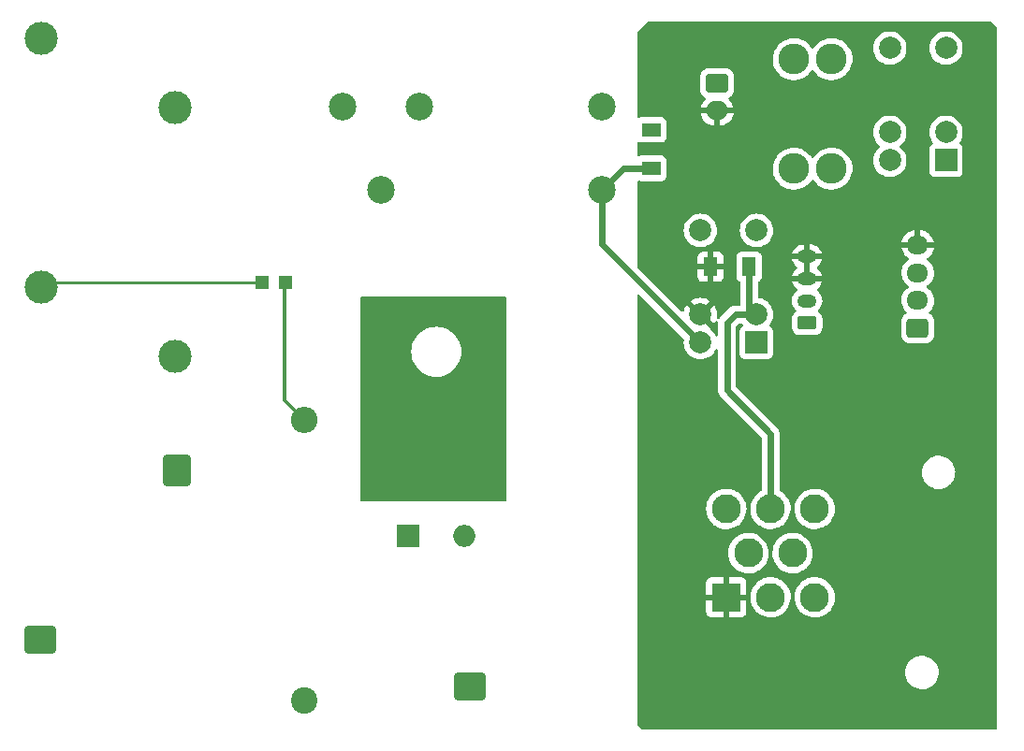
<source format=gbr>
%TF.GenerationSoftware,KiCad,Pcbnew,(6.0.1)*%
%TF.CreationDate,2022-02-14T12:04:18-05:00*%
%TF.ProjectId,pacman,7061636d-616e-42e6-9b69-6361645f7063,rev?*%
%TF.SameCoordinates,Original*%
%TF.FileFunction,Copper,L2,Bot*%
%TF.FilePolarity,Positive*%
%FSLAX46Y46*%
G04 Gerber Fmt 4.6, Leading zero omitted, Abs format (unit mm)*
G04 Created by KiCad (PCBNEW (6.0.1)) date 2022-02-14 12:04:18*
%MOMM*%
%LPD*%
G01*
G04 APERTURE LIST*
G04 Aperture macros list*
%AMRoundRect*
0 Rectangle with rounded corners*
0 $1 Rounding radius*
0 $2 $3 $4 $5 $6 $7 $8 $9 X,Y pos of 4 corners*
0 Add a 4 corners polygon primitive as box body*
4,1,4,$2,$3,$4,$5,$6,$7,$8,$9,$2,$3,0*
0 Add four circle primitives for the rounded corners*
1,1,$1+$1,$2,$3*
1,1,$1+$1,$4,$5*
1,1,$1+$1,$6,$7*
1,1,$1+$1,$8,$9*
0 Add four rect primitives between the rounded corners*
20,1,$1+$1,$2,$3,$4,$5,0*
20,1,$1+$1,$4,$5,$6,$7,0*
20,1,$1+$1,$6,$7,$8,$9,0*
20,1,$1+$1,$8,$9,$2,$3,0*%
G04 Aperture macros list end*
%TA.AperFunction,ComponentPad*%
%ADD10C,3.000000*%
%TD*%
%TA.AperFunction,ComponentPad*%
%ADD11RoundRect,0.250000X0.625000X-0.350000X0.625000X0.350000X-0.625000X0.350000X-0.625000X-0.350000X0*%
%TD*%
%TA.AperFunction,ComponentPad*%
%ADD12O,1.750000X1.200000*%
%TD*%
%TA.AperFunction,ComponentPad*%
%ADD13R,2.000000X2.000000*%
%TD*%
%TA.AperFunction,ComponentPad*%
%ADD14C,2.000000*%
%TD*%
%TA.AperFunction,ComponentPad*%
%ADD15C,2.500000*%
%TD*%
%TA.AperFunction,ComponentPad*%
%ADD16C,2.780000*%
%TD*%
%TA.AperFunction,ComponentPad*%
%ADD17RoundRect,0.250000X0.725000X-0.600000X0.725000X0.600000X-0.725000X0.600000X-0.725000X-0.600000X0*%
%TD*%
%TA.AperFunction,ComponentPad*%
%ADD18O,1.950000X1.700000*%
%TD*%
%TA.AperFunction,ComponentPad*%
%ADD19RoundRect,0.250000X1.150000X-0.980000X1.150000X0.980000X-1.150000X0.980000X-1.150000X-0.980000X0*%
%TD*%
%TA.AperFunction,ComponentPad*%
%ADD20RoundRect,0.250000X-0.750000X0.600000X-0.750000X-0.600000X0.750000X-0.600000X0.750000X0.600000X0*%
%TD*%
%TA.AperFunction,ComponentPad*%
%ADD21O,2.000000X1.700000*%
%TD*%
%TA.AperFunction,ComponentPad*%
%ADD22O,2.000000X2.000000*%
%TD*%
%TA.AperFunction,ComponentPad*%
%ADD23RoundRect,0.250000X-0.980000X-1.150000X0.980000X-1.150000X0.980000X1.150000X-0.980000X1.150000X0*%
%TD*%
%TA.AperFunction,SMDPad,CuDef*%
%ADD24R,1.700000X1.300000*%
%TD*%
%TA.AperFunction,SMDPad,CuDef*%
%ADD25R,1.300000X1.700000*%
%TD*%
%TA.AperFunction,ComponentPad*%
%ADD26R,2.625000X2.625000*%
%TD*%
%TA.AperFunction,ComponentPad*%
%ADD27C,2.625000*%
%TD*%
%TA.AperFunction,ComponentPad*%
%ADD28C,2.400000*%
%TD*%
%TA.AperFunction,ComponentPad*%
%ADD29O,2.400000X2.400000*%
%TD*%
%TA.AperFunction,SMDPad,CuDef*%
%ADD30R,1.200000X1.200000*%
%TD*%
%TA.AperFunction,ViaPad*%
%ADD31C,0.800000*%
%TD*%
%TA.AperFunction,Conductor*%
%ADD32C,0.254000*%
%TD*%
%TA.AperFunction,Conductor*%
%ADD33C,0.360000*%
%TD*%
%TA.AperFunction,Conductor*%
%ADD34C,0.600000*%
%TD*%
G04 APERTURE END LIST*
D10*
%TO.P,F2,1*%
%TO.N,Net-(F2-Pad1)*%
X129032000Y-58627600D03*
%TO.P,F2,2*%
%TO.N,/B+*%
X129032000Y-81127600D03*
%TD*%
D11*
%TO.P,J9,1,Pin_1*%
%TO.N,/AIR_B-*%
X186182000Y-78105000D03*
D12*
%TO.P,J9,2,Pin_2*%
%TO.N,/AIR_B+*%
X186182000Y-76105000D03*
%TO.P,J9,3,Pin_3*%
%TO.N,GND*%
X186182000Y-74105000D03*
%TO.P,J9,4,Pin_4*%
X186182000Y-72105000D03*
%TD*%
D13*
%TO.P,K3,1*%
%TO.N,unconnected-(K3-Pad1)*%
X198749500Y-63377500D03*
D14*
%TO.P,K3,2*%
%TO.N,+12V*%
X198749500Y-60837500D03*
%TO.P,K3,5*%
X198749500Y-53217500D03*
%TO.P,K3,6*%
X193669500Y-53217500D03*
%TO.P,K3,9*%
%TO.N,/BMS_FAN*%
X193669500Y-60837500D03*
%TO.P,K3,10*%
%TO.N,/FAN_OUT*%
X193669500Y-63377500D03*
%TD*%
D15*
%TO.P,K1,1*%
%TO.N,Net-(F1-Pad1)*%
X151140000Y-58540000D03*
%TO.P,K1,2*%
%TO.N,/AIR_B-*%
X167640000Y-66040000D03*
%TO.P,K1,5*%
%TO.N,Net-(K1-Pad5)*%
X147640000Y-66040000D03*
%TO.P,K1,9*%
%TO.N,Net-(D3-Pad2)*%
X167640000Y-58540000D03*
%TO.P,K1,10*%
%TO.N,Net-(F2-Pad1)*%
X144140000Y-58540000D03*
%TD*%
D16*
%TO.P,F3,1*%
%TO.N,/FAN_OUT*%
X188390000Y-64142000D03*
X184990000Y-64142000D03*
%TO.P,F3,2*%
%TO.N,Net-(F3-Pad2)*%
X184990000Y-54222000D03*
X188390000Y-54222000D03*
%TD*%
D17*
%TO.P,J2,1,Pin_1*%
%TO.N,+12V*%
X196198000Y-78553000D03*
D18*
%TO.P,J2,2,Pin_2*%
%TO.N,/BMS_CAN+*%
X196198000Y-76053000D03*
%TO.P,J2,3,Pin_3*%
%TO.N,/BMS_CAN-*%
X196198000Y-73553000D03*
%TO.P,J2,4,Pin_4*%
%TO.N,GND*%
X196198000Y-71053000D03*
%TD*%
D19*
%TO.P,J3,1,Pin_1*%
%TO.N,/INT+*%
X155702000Y-110998000D03*
%TD*%
D20*
%TO.P,J6,1,Pin_1*%
%TO.N,Net-(F3-Pad2)*%
X178054000Y-56388000D03*
D21*
%TO.P,J6,2,Pin_2*%
%TO.N,GND*%
X178054000Y-58888000D03*
%TD*%
D10*
%TO.P,F1,1*%
%TO.N,Net-(F1-Pad1)*%
X116890800Y-52374800D03*
%TO.P,F1,2*%
%TO.N,/INT-*%
X116890800Y-74874800D03*
%TD*%
D13*
%TO.P,R3,1*%
%TO.N,/INT+*%
X150114000Y-97368000D03*
D22*
%TO.P,R3,2*%
%TO.N,Net-(K1-Pad5)*%
X155194000Y-97368000D03*
%TD*%
D23*
%TO.P,J4,1,Pin_1*%
%TO.N,/B+*%
X129159000Y-91440000D03*
%TD*%
D19*
%TO.P,J5,1,Pin_1*%
%TO.N,/INT-*%
X116840000Y-106807000D03*
%TD*%
D13*
%TO.P,K2,1*%
%TO.N,unconnected-(K2-Pad1)*%
X181610000Y-79883000D03*
D14*
%TO.P,K2,2*%
%TO.N,/MAIN_CONT*%
X181610000Y-77343000D03*
%TO.P,K2,5*%
%TO.N,/AIR_B+*%
X181610000Y-69723000D03*
%TO.P,K2,6*%
X176530000Y-69723000D03*
%TO.P,K2,9*%
%TO.N,GND*%
X176530000Y-77343000D03*
%TO.P,K2,10*%
%TO.N,/AIR_B-*%
X176530000Y-79883000D03*
%TD*%
D24*
%TO.P,D3,1,K*%
%TO.N,/AIR_B-*%
X172085000Y-64100000D03*
%TO.P,D3,2,A*%
%TO.N,Net-(D3-Pad2)*%
X172085000Y-60600000D03*
%TD*%
D25*
%TO.P,D4,1,K*%
%TO.N,/MAIN_CONT*%
X180952500Y-73020500D03*
%TO.P,D4,2,A*%
%TO.N,GND*%
X177452500Y-73020500D03*
%TD*%
D26*
%TO.P,J1,1,Pin_1*%
%TO.N,GND*%
X178880000Y-102933000D03*
D27*
%TO.P,J1,2,Pin_2*%
%TO.N,/BMS_FAN*%
X182880000Y-102933000D03*
%TO.P,J1,3,Pin_3*%
%TO.N,+12V*%
X186880000Y-102933000D03*
%TO.P,J1,4,Pin_4*%
%TO.N,/PRECHARGE*%
X180880000Y-98933000D03*
%TO.P,J1,5,Pin_5*%
%TO.N,/BMS_CAN+*%
X184880000Y-98933000D03*
%TO.P,J1,6,Pin_6*%
%TO.N,/AIR_B-*%
X178880000Y-94933000D03*
%TO.P,J1,7,Pin_7*%
%TO.N,/MAIN_CONT*%
X182880000Y-94933000D03*
%TO.P,J1,8,Pin_8*%
%TO.N,/BMS_CAN-*%
X186880000Y-94933000D03*
%TD*%
D28*
%TO.P,R1,1*%
%TO.N,/INT+*%
X140716000Y-112268000D03*
D29*
%TO.P,R1,2*%
%TO.N,Net-(D1-Pad2)*%
X140716000Y-86868000D03*
%TD*%
D30*
%TO.P,D1,1,K*%
%TO.N,/INT-*%
X136872000Y-74422000D03*
%TO.P,D1,2,A*%
%TO.N,Net-(D1-Pad2)*%
X138972000Y-74422000D03*
%TD*%
D31*
%TO.N,Net-(D3-Pad2)*%
X171958000Y-60452000D03*
%TD*%
D32*
%TO.N,/INT-*%
X117496000Y-74422000D02*
X116967000Y-74951000D01*
X136872000Y-74422000D02*
X117496000Y-74422000D01*
D33*
%TO.N,Net-(D1-Pad2)*%
X138938000Y-85090000D02*
X140716000Y-86868000D01*
X138938000Y-74563000D02*
X138938000Y-85090000D01*
D34*
%TO.N,/MAIN_CONT*%
X179705000Y-77343000D02*
X178943000Y-78105000D01*
X182880000Y-88138000D02*
X182880000Y-94933000D01*
X180952500Y-73020500D02*
X180952500Y-76685500D01*
X180952500Y-76685500D02*
X181610000Y-77343000D01*
X178943000Y-84201000D02*
X182880000Y-88138000D01*
X178943000Y-78105000D02*
X178943000Y-84201000D01*
X181610000Y-77343000D02*
X179705000Y-77343000D01*
%TO.N,/AIR_B-*%
X172085000Y-64100000D02*
X169580000Y-64100000D01*
X167640000Y-70993000D02*
X167640000Y-66040000D01*
X176530000Y-79883000D02*
X167640000Y-70993000D01*
X169580000Y-64100000D02*
X167640000Y-66040000D01*
%TD*%
%TA.AperFunction,Conductor*%
%TO.N,GND*%
G36*
X202850931Y-50820002D02*
G01*
X202871905Y-50836905D01*
X203290095Y-51255095D01*
X203324121Y-51317407D01*
X203327000Y-51344190D01*
X203327000Y-114809000D01*
X203306998Y-114877121D01*
X203253342Y-114923614D01*
X203201000Y-114935000D01*
X171359262Y-114935000D01*
X171291141Y-114914998D01*
X171270161Y-114898090D01*
X170852035Y-114479910D01*
X170818014Y-114417595D01*
X170815136Y-114390804D01*
X170815731Y-109785817D01*
X195067514Y-109785817D01*
X195068095Y-109790837D01*
X195068095Y-109790841D01*
X195083923Y-109927631D01*
X195095415Y-110026956D01*
X195096791Y-110031820D01*
X195096792Y-110031823D01*
X195142476Y-110193266D01*
X195161510Y-110260532D01*
X195163644Y-110265108D01*
X195163646Y-110265114D01*
X195220446Y-110386922D01*
X195264099Y-110480536D01*
X195400544Y-110681307D01*
X195567332Y-110857681D01*
X195571358Y-110860759D01*
X195571359Y-110860760D01*
X195756154Y-111002047D01*
X195756158Y-111002050D01*
X195760174Y-111005120D01*
X195974109Y-111119831D01*
X196203631Y-111198862D01*
X196302978Y-111216022D01*
X196438926Y-111239504D01*
X196438932Y-111239505D01*
X196442836Y-111240179D01*
X196446797Y-111240359D01*
X196446798Y-111240359D01*
X196470506Y-111241436D01*
X196470525Y-111241436D01*
X196471925Y-111241500D01*
X196641001Y-111241500D01*
X196643509Y-111241298D01*
X196643514Y-111241298D01*
X196816924Y-111227346D01*
X196816929Y-111227345D01*
X196821965Y-111226940D01*
X196826873Y-111225734D01*
X196826876Y-111225734D01*
X197052792Y-111170244D01*
X197057706Y-111169037D01*
X197062358Y-111167062D01*
X197062362Y-111167061D01*
X197276498Y-111076165D01*
X197281156Y-111074188D01*
X197387037Y-111007511D01*
X197482288Y-110947528D01*
X197482291Y-110947526D01*
X197486567Y-110944833D01*
X197585422Y-110857681D01*
X197664858Y-110787650D01*
X197664861Y-110787647D01*
X197668655Y-110784302D01*
X197822734Y-110596722D01*
X197944841Y-110386922D01*
X198031833Y-110160298D01*
X198081474Y-109922680D01*
X198092486Y-109680183D01*
X198077235Y-109548373D01*
X198065167Y-109444071D01*
X198065166Y-109444067D01*
X198064585Y-109439044D01*
X198025517Y-109300978D01*
X197999866Y-109210331D01*
X197998490Y-109205468D01*
X197996356Y-109200892D01*
X197996354Y-109200886D01*
X197898038Y-108990046D01*
X197898036Y-108990042D01*
X197895901Y-108985464D01*
X197759456Y-108784693D01*
X197592668Y-108608319D01*
X197588641Y-108605240D01*
X197403846Y-108463953D01*
X197403842Y-108463950D01*
X197399826Y-108460880D01*
X197185891Y-108346169D01*
X196956369Y-108267138D01*
X196857022Y-108249978D01*
X196721074Y-108226496D01*
X196721068Y-108226495D01*
X196717164Y-108225821D01*
X196713203Y-108225641D01*
X196713202Y-108225641D01*
X196689494Y-108224564D01*
X196689475Y-108224564D01*
X196688075Y-108224500D01*
X196518999Y-108224500D01*
X196516491Y-108224702D01*
X196516486Y-108224702D01*
X196343076Y-108238654D01*
X196343071Y-108238655D01*
X196338035Y-108239060D01*
X196333127Y-108240266D01*
X196333124Y-108240266D01*
X196217007Y-108268787D01*
X196102294Y-108296963D01*
X196097642Y-108298938D01*
X196097638Y-108298939D01*
X195990252Y-108344522D01*
X195878844Y-108391812D01*
X195874560Y-108394510D01*
X195677712Y-108518472D01*
X195677709Y-108518474D01*
X195673433Y-108521167D01*
X195669639Y-108524512D01*
X195495142Y-108678350D01*
X195495139Y-108678353D01*
X195491345Y-108681698D01*
X195337266Y-108869278D01*
X195215159Y-109079078D01*
X195128167Y-109305702D01*
X195078526Y-109543320D01*
X195067514Y-109785817D01*
X170815731Y-109785817D01*
X170816441Y-104290169D01*
X177059501Y-104290169D01*
X177059871Y-104296990D01*
X177065395Y-104347852D01*
X177069021Y-104363104D01*
X177114176Y-104483554D01*
X177122714Y-104499149D01*
X177199215Y-104601224D01*
X177211776Y-104613785D01*
X177313851Y-104690286D01*
X177329446Y-104698824D01*
X177449894Y-104743978D01*
X177465149Y-104747605D01*
X177516014Y-104753131D01*
X177522828Y-104753500D01*
X178607885Y-104753500D01*
X178623124Y-104749025D01*
X178624329Y-104747635D01*
X178626000Y-104739952D01*
X178626000Y-104735384D01*
X179134000Y-104735384D01*
X179138475Y-104750623D01*
X179139865Y-104751828D01*
X179147548Y-104753499D01*
X180237169Y-104753499D01*
X180243990Y-104753129D01*
X180294852Y-104747605D01*
X180310104Y-104743979D01*
X180430554Y-104698824D01*
X180446149Y-104690286D01*
X180548224Y-104613785D01*
X180560785Y-104601224D01*
X180637286Y-104499149D01*
X180645824Y-104483554D01*
X180690978Y-104363106D01*
X180694605Y-104347851D01*
X180700131Y-104296986D01*
X180700500Y-104290172D01*
X180700500Y-103205115D01*
X180696025Y-103189876D01*
X180694635Y-103188671D01*
X180686952Y-103187000D01*
X179152115Y-103187000D01*
X179136876Y-103191475D01*
X179135671Y-103192865D01*
X179134000Y-103200548D01*
X179134000Y-104735384D01*
X178626000Y-104735384D01*
X178626000Y-103205115D01*
X178621525Y-103189876D01*
X178620135Y-103188671D01*
X178612452Y-103187000D01*
X177077616Y-103187000D01*
X177062377Y-103191475D01*
X177061172Y-103192865D01*
X177059501Y-103200548D01*
X177059501Y-104290169D01*
X170816441Y-104290169D01*
X170816623Y-102885198D01*
X181054520Y-102885198D01*
X181067506Y-103155546D01*
X181120309Y-103421006D01*
X181121888Y-103425404D01*
X181121890Y-103425411D01*
X181170871Y-103561833D01*
X181211769Y-103675744D01*
X181339878Y-103914166D01*
X181501820Y-104131033D01*
X181505129Y-104134313D01*
X181505134Y-104134319D01*
X181669227Y-104296986D01*
X181694039Y-104321582D01*
X181697801Y-104324340D01*
X181697804Y-104324343D01*
X181750670Y-104363106D01*
X181912311Y-104481626D01*
X181916442Y-104483800D01*
X181916443Y-104483800D01*
X182147707Y-104605474D01*
X182147713Y-104605476D01*
X182151842Y-104607649D01*
X182156249Y-104609188D01*
X182156256Y-104609191D01*
X182388478Y-104690286D01*
X182407369Y-104696883D01*
X182426499Y-104700515D01*
X182668690Y-104746497D01*
X182668693Y-104746497D01*
X182673279Y-104747368D01*
X182801855Y-104752420D01*
X182939062Y-104757811D01*
X182939067Y-104757811D01*
X182943730Y-104757994D01*
X183071700Y-104743979D01*
X183208128Y-104729038D01*
X183208133Y-104729037D01*
X183212781Y-104728528D01*
X183217305Y-104727337D01*
X183469999Y-104660808D01*
X183470001Y-104660807D01*
X183474522Y-104659617D01*
X183478819Y-104657771D01*
X183718908Y-104554621D01*
X183718910Y-104554620D01*
X183723202Y-104552776D01*
X183842642Y-104478864D01*
X183949385Y-104412810D01*
X183949389Y-104412807D01*
X183953358Y-104410351D01*
X184054955Y-104324343D01*
X184156368Y-104238491D01*
X184156370Y-104238489D01*
X184159935Y-104235471D01*
X184338393Y-104031978D01*
X184484813Y-103804342D01*
X184595978Y-103557565D01*
X184669446Y-103297067D01*
X184703603Y-103028571D01*
X184706106Y-102933000D01*
X184702554Y-102885198D01*
X185054520Y-102885198D01*
X185067506Y-103155546D01*
X185120309Y-103421006D01*
X185121888Y-103425404D01*
X185121890Y-103425411D01*
X185170871Y-103561833D01*
X185211769Y-103675744D01*
X185339878Y-103914166D01*
X185501820Y-104131033D01*
X185505129Y-104134313D01*
X185505134Y-104134319D01*
X185669227Y-104296986D01*
X185694039Y-104321582D01*
X185697801Y-104324340D01*
X185697804Y-104324343D01*
X185750670Y-104363106D01*
X185912311Y-104481626D01*
X185916442Y-104483800D01*
X185916443Y-104483800D01*
X186147707Y-104605474D01*
X186147713Y-104605476D01*
X186151842Y-104607649D01*
X186156249Y-104609188D01*
X186156256Y-104609191D01*
X186388478Y-104690286D01*
X186407369Y-104696883D01*
X186426499Y-104700515D01*
X186668690Y-104746497D01*
X186668693Y-104746497D01*
X186673279Y-104747368D01*
X186801855Y-104752420D01*
X186939062Y-104757811D01*
X186939067Y-104757811D01*
X186943730Y-104757994D01*
X187071700Y-104743979D01*
X187208128Y-104729038D01*
X187208133Y-104729037D01*
X187212781Y-104728528D01*
X187217305Y-104727337D01*
X187469999Y-104660808D01*
X187470001Y-104660807D01*
X187474522Y-104659617D01*
X187478819Y-104657771D01*
X187718908Y-104554621D01*
X187718910Y-104554620D01*
X187723202Y-104552776D01*
X187842642Y-104478864D01*
X187949385Y-104412810D01*
X187949389Y-104412807D01*
X187953358Y-104410351D01*
X188054955Y-104324343D01*
X188156368Y-104238491D01*
X188156370Y-104238489D01*
X188159935Y-104235471D01*
X188338393Y-104031978D01*
X188484813Y-103804342D01*
X188595978Y-103557565D01*
X188669446Y-103297067D01*
X188703603Y-103028571D01*
X188706106Y-102933000D01*
X188686048Y-102663084D01*
X188626314Y-102399098D01*
X188528216Y-102146841D01*
X188393910Y-101911854D01*
X188226347Y-101699301D01*
X188029206Y-101513849D01*
X187817309Y-101366851D01*
X187810657Y-101362236D01*
X187810652Y-101362233D01*
X187806819Y-101359574D01*
X187758716Y-101335852D01*
X187568259Y-101241929D01*
X187568256Y-101241928D01*
X187564071Y-101239864D01*
X187505847Y-101221226D01*
X187310741Y-101158772D01*
X187310743Y-101158772D01*
X187306296Y-101157349D01*
X187142147Y-101130616D01*
X187043768Y-101114594D01*
X187043767Y-101114594D01*
X187039156Y-101113843D01*
X186903837Y-101112071D01*
X186773196Y-101110361D01*
X186773193Y-101110361D01*
X186768519Y-101110300D01*
X186500331Y-101146799D01*
X186495845Y-101148107D01*
X186495843Y-101148107D01*
X186464135Y-101157349D01*
X186240484Y-101222537D01*
X185994686Y-101335852D01*
X185990777Y-101338415D01*
X185772250Y-101481687D01*
X185772245Y-101481691D01*
X185768337Y-101484253D01*
X185566409Y-101664480D01*
X185393339Y-101872575D01*
X185252928Y-102103965D01*
X185251119Y-102108279D01*
X185251118Y-102108281D01*
X185233123Y-102151195D01*
X185148260Y-102353568D01*
X185081637Y-102615900D01*
X185054520Y-102885198D01*
X184702554Y-102885198D01*
X184686048Y-102663084D01*
X184626314Y-102399098D01*
X184528216Y-102146841D01*
X184393910Y-101911854D01*
X184226347Y-101699301D01*
X184029206Y-101513849D01*
X183817309Y-101366851D01*
X183810657Y-101362236D01*
X183810652Y-101362233D01*
X183806819Y-101359574D01*
X183758716Y-101335852D01*
X183568259Y-101241929D01*
X183568256Y-101241928D01*
X183564071Y-101239864D01*
X183505847Y-101221226D01*
X183310741Y-101158772D01*
X183310743Y-101158772D01*
X183306296Y-101157349D01*
X183142147Y-101130616D01*
X183043768Y-101114594D01*
X183043767Y-101114594D01*
X183039156Y-101113843D01*
X182903837Y-101112071D01*
X182773196Y-101110361D01*
X182773193Y-101110361D01*
X182768519Y-101110300D01*
X182500331Y-101146799D01*
X182495845Y-101148107D01*
X182495843Y-101148107D01*
X182464135Y-101157349D01*
X182240484Y-101222537D01*
X181994686Y-101335852D01*
X181990777Y-101338415D01*
X181772250Y-101481687D01*
X181772245Y-101481691D01*
X181768337Y-101484253D01*
X181566409Y-101664480D01*
X181393339Y-101872575D01*
X181252928Y-102103965D01*
X181251119Y-102108279D01*
X181251118Y-102108281D01*
X181233123Y-102151195D01*
X181148260Y-102353568D01*
X181081637Y-102615900D01*
X181054520Y-102885198D01*
X170816623Y-102885198D01*
X170816652Y-102660885D01*
X177059500Y-102660885D01*
X177063975Y-102676124D01*
X177065365Y-102677329D01*
X177073048Y-102679000D01*
X178607885Y-102679000D01*
X178623124Y-102674525D01*
X178624329Y-102673135D01*
X178626000Y-102665452D01*
X178626000Y-102660885D01*
X179134000Y-102660885D01*
X179138475Y-102676124D01*
X179139865Y-102677329D01*
X179147548Y-102679000D01*
X180682384Y-102679000D01*
X180697623Y-102674525D01*
X180698828Y-102673135D01*
X180700499Y-102665452D01*
X180700499Y-101575831D01*
X180700129Y-101569010D01*
X180694605Y-101518148D01*
X180690979Y-101502896D01*
X180645824Y-101382446D01*
X180637286Y-101366851D01*
X180560785Y-101264776D01*
X180548224Y-101252215D01*
X180446149Y-101175714D01*
X180430554Y-101167176D01*
X180310106Y-101122022D01*
X180294851Y-101118395D01*
X180243986Y-101112869D01*
X180237172Y-101112500D01*
X179152115Y-101112500D01*
X179136876Y-101116975D01*
X179135671Y-101118365D01*
X179134000Y-101126048D01*
X179134000Y-102660885D01*
X178626000Y-102660885D01*
X178626000Y-101130616D01*
X178621525Y-101115377D01*
X178620135Y-101114172D01*
X178612452Y-101112501D01*
X177522831Y-101112501D01*
X177516010Y-101112871D01*
X177465148Y-101118395D01*
X177449896Y-101122021D01*
X177329446Y-101167176D01*
X177313851Y-101175714D01*
X177211776Y-101252215D01*
X177199215Y-101264776D01*
X177122714Y-101366851D01*
X177114176Y-101382446D01*
X177069022Y-101502894D01*
X177065395Y-101518149D01*
X177059869Y-101569014D01*
X177059500Y-101575828D01*
X177059500Y-102660885D01*
X170816652Y-102660885D01*
X170817140Y-98885198D01*
X179054520Y-98885198D01*
X179067506Y-99155546D01*
X179120309Y-99421006D01*
X179121888Y-99425404D01*
X179121890Y-99425411D01*
X179170871Y-99561833D01*
X179211769Y-99675744D01*
X179339878Y-99914166D01*
X179501820Y-100131033D01*
X179505129Y-100134313D01*
X179505134Y-100134319D01*
X179690722Y-100318294D01*
X179694039Y-100321582D01*
X179697801Y-100324340D01*
X179697804Y-100324343D01*
X179810988Y-100407333D01*
X179912311Y-100481626D01*
X179916442Y-100483800D01*
X179916443Y-100483800D01*
X180147707Y-100605474D01*
X180147713Y-100605476D01*
X180151842Y-100607649D01*
X180156249Y-100609188D01*
X180156256Y-100609191D01*
X180402953Y-100695341D01*
X180407369Y-100696883D01*
X180411962Y-100697755D01*
X180668690Y-100746497D01*
X180668693Y-100746497D01*
X180673279Y-100747368D01*
X180801855Y-100752420D01*
X180939062Y-100757811D01*
X180939067Y-100757811D01*
X180943730Y-100757994D01*
X181048708Y-100746497D01*
X181208128Y-100729038D01*
X181208133Y-100729037D01*
X181212781Y-100728528D01*
X181217305Y-100727337D01*
X181469999Y-100660808D01*
X181470001Y-100660807D01*
X181474522Y-100659617D01*
X181591892Y-100609191D01*
X181718908Y-100554621D01*
X181718910Y-100554620D01*
X181723202Y-100552776D01*
X181842642Y-100478864D01*
X181949385Y-100412810D01*
X181949389Y-100412807D01*
X181953358Y-100410351D01*
X182054955Y-100324343D01*
X182156368Y-100238491D01*
X182156370Y-100238489D01*
X182159935Y-100235471D01*
X182338393Y-100031978D01*
X182484813Y-99804342D01*
X182595978Y-99557565D01*
X182669446Y-99297067D01*
X182703603Y-99028571D01*
X182706106Y-98933000D01*
X182702554Y-98885198D01*
X183054520Y-98885198D01*
X183067506Y-99155546D01*
X183120309Y-99421006D01*
X183121888Y-99425404D01*
X183121890Y-99425411D01*
X183170871Y-99561833D01*
X183211769Y-99675744D01*
X183339878Y-99914166D01*
X183501820Y-100131033D01*
X183505129Y-100134313D01*
X183505134Y-100134319D01*
X183690722Y-100318294D01*
X183694039Y-100321582D01*
X183697801Y-100324340D01*
X183697804Y-100324343D01*
X183810988Y-100407333D01*
X183912311Y-100481626D01*
X183916442Y-100483800D01*
X183916443Y-100483800D01*
X184147707Y-100605474D01*
X184147713Y-100605476D01*
X184151842Y-100607649D01*
X184156249Y-100609188D01*
X184156256Y-100609191D01*
X184402953Y-100695341D01*
X184407369Y-100696883D01*
X184411962Y-100697755D01*
X184668690Y-100746497D01*
X184668693Y-100746497D01*
X184673279Y-100747368D01*
X184801855Y-100752420D01*
X184939062Y-100757811D01*
X184939067Y-100757811D01*
X184943730Y-100757994D01*
X185048708Y-100746497D01*
X185208128Y-100729038D01*
X185208133Y-100729037D01*
X185212781Y-100728528D01*
X185217305Y-100727337D01*
X185469999Y-100660808D01*
X185470001Y-100660807D01*
X185474522Y-100659617D01*
X185591892Y-100609191D01*
X185718908Y-100554621D01*
X185718910Y-100554620D01*
X185723202Y-100552776D01*
X185842642Y-100478864D01*
X185949385Y-100412810D01*
X185949389Y-100412807D01*
X185953358Y-100410351D01*
X186054955Y-100324343D01*
X186156368Y-100238491D01*
X186156370Y-100238489D01*
X186159935Y-100235471D01*
X186338393Y-100031978D01*
X186484813Y-99804342D01*
X186595978Y-99557565D01*
X186669446Y-99297067D01*
X186703603Y-99028571D01*
X186706106Y-98933000D01*
X186686048Y-98663084D01*
X186626314Y-98399098D01*
X186528216Y-98146841D01*
X186393910Y-97911854D01*
X186226347Y-97699301D01*
X186029206Y-97513849D01*
X185903252Y-97426471D01*
X185810657Y-97362236D01*
X185810652Y-97362233D01*
X185806819Y-97359574D01*
X185758716Y-97335852D01*
X185568259Y-97241929D01*
X185568256Y-97241928D01*
X185564071Y-97239864D01*
X185505847Y-97221226D01*
X185310741Y-97158772D01*
X185310743Y-97158772D01*
X185306296Y-97157349D01*
X185159860Y-97133501D01*
X185043768Y-97114594D01*
X185043767Y-97114594D01*
X185039156Y-97113843D01*
X184903838Y-97112072D01*
X184773196Y-97110361D01*
X184773193Y-97110361D01*
X184768519Y-97110300D01*
X184500331Y-97146799D01*
X184495845Y-97148107D01*
X184495843Y-97148107D01*
X184464135Y-97157349D01*
X184240484Y-97222537D01*
X183994686Y-97335852D01*
X183990777Y-97338415D01*
X183772250Y-97481687D01*
X183772245Y-97481691D01*
X183768337Y-97484253D01*
X183566409Y-97664480D01*
X183393339Y-97872575D01*
X183252928Y-98103965D01*
X183251119Y-98108279D01*
X183251118Y-98108281D01*
X183233123Y-98151195D01*
X183148260Y-98353568D01*
X183081637Y-98615900D01*
X183054520Y-98885198D01*
X182702554Y-98885198D01*
X182686048Y-98663084D01*
X182626314Y-98399098D01*
X182528216Y-98146841D01*
X182393910Y-97911854D01*
X182226347Y-97699301D01*
X182029206Y-97513849D01*
X181903252Y-97426471D01*
X181810657Y-97362236D01*
X181810652Y-97362233D01*
X181806819Y-97359574D01*
X181758716Y-97335852D01*
X181568259Y-97241929D01*
X181568256Y-97241928D01*
X181564071Y-97239864D01*
X181505847Y-97221226D01*
X181310741Y-97158772D01*
X181310743Y-97158772D01*
X181306296Y-97157349D01*
X181159860Y-97133501D01*
X181043768Y-97114594D01*
X181043767Y-97114594D01*
X181039156Y-97113843D01*
X180903838Y-97112072D01*
X180773196Y-97110361D01*
X180773193Y-97110361D01*
X180768519Y-97110300D01*
X180500331Y-97146799D01*
X180495845Y-97148107D01*
X180495843Y-97148107D01*
X180464135Y-97157349D01*
X180240484Y-97222537D01*
X179994686Y-97335852D01*
X179990777Y-97338415D01*
X179772250Y-97481687D01*
X179772245Y-97481691D01*
X179768337Y-97484253D01*
X179566409Y-97664480D01*
X179393339Y-97872575D01*
X179252928Y-98103965D01*
X179251119Y-98108279D01*
X179251118Y-98108281D01*
X179233123Y-98151195D01*
X179148260Y-98353568D01*
X179081637Y-98615900D01*
X179054520Y-98885198D01*
X170817140Y-98885198D01*
X170817657Y-94885198D01*
X177054520Y-94885198D01*
X177067506Y-95155546D01*
X177120309Y-95421006D01*
X177121888Y-95425404D01*
X177121890Y-95425411D01*
X177170871Y-95561833D01*
X177211769Y-95675744D01*
X177339878Y-95914166D01*
X177501820Y-96131033D01*
X177505129Y-96134313D01*
X177505134Y-96134319D01*
X177690722Y-96318294D01*
X177694039Y-96321582D01*
X177697801Y-96324340D01*
X177697804Y-96324343D01*
X177810988Y-96407333D01*
X177912311Y-96481626D01*
X177916442Y-96483800D01*
X177916443Y-96483800D01*
X178147707Y-96605474D01*
X178147713Y-96605476D01*
X178151842Y-96607649D01*
X178156249Y-96609188D01*
X178156256Y-96609191D01*
X178402953Y-96695341D01*
X178407369Y-96696883D01*
X178411962Y-96697755D01*
X178668690Y-96746497D01*
X178668693Y-96746497D01*
X178673279Y-96747368D01*
X178801855Y-96752420D01*
X178939062Y-96757811D01*
X178939067Y-96757811D01*
X178943730Y-96757994D01*
X179048708Y-96746497D01*
X179208128Y-96729038D01*
X179208133Y-96729037D01*
X179212781Y-96728528D01*
X179217305Y-96727337D01*
X179469999Y-96660808D01*
X179470001Y-96660807D01*
X179474522Y-96659617D01*
X179591892Y-96609191D01*
X179718908Y-96554621D01*
X179718910Y-96554620D01*
X179723202Y-96552776D01*
X179842642Y-96478864D01*
X179949385Y-96412810D01*
X179949389Y-96412807D01*
X179953358Y-96410351D01*
X180054955Y-96324343D01*
X180156368Y-96238491D01*
X180156370Y-96238489D01*
X180159935Y-96235471D01*
X180338393Y-96031978D01*
X180484813Y-95804342D01*
X180595978Y-95557565D01*
X180669446Y-95297067D01*
X180703603Y-95028571D01*
X180706106Y-94933000D01*
X180686048Y-94663084D01*
X180626314Y-94399098D01*
X180528216Y-94146841D01*
X180393910Y-93911854D01*
X180226347Y-93699301D01*
X180029206Y-93513849D01*
X179903252Y-93426471D01*
X179810657Y-93362236D01*
X179810652Y-93362233D01*
X179806819Y-93359574D01*
X179763913Y-93338415D01*
X179568259Y-93241929D01*
X179568256Y-93241928D01*
X179564071Y-93239864D01*
X179505847Y-93221226D01*
X179310741Y-93158772D01*
X179310743Y-93158772D01*
X179306296Y-93157349D01*
X179119576Y-93126940D01*
X179043768Y-93114594D01*
X179043767Y-93114594D01*
X179039156Y-93113843D01*
X178903837Y-93112071D01*
X178773196Y-93110361D01*
X178773193Y-93110361D01*
X178768519Y-93110300D01*
X178500331Y-93146799D01*
X178495845Y-93148107D01*
X178495843Y-93148107D01*
X178464135Y-93157349D01*
X178240484Y-93222537D01*
X177994686Y-93335852D01*
X177990777Y-93338415D01*
X177772250Y-93481687D01*
X177772245Y-93481691D01*
X177768337Y-93484253D01*
X177566409Y-93664480D01*
X177393339Y-93872575D01*
X177252928Y-94103965D01*
X177251119Y-94108279D01*
X177251118Y-94108281D01*
X177233123Y-94151195D01*
X177148260Y-94353568D01*
X177081637Y-94615900D01*
X177054520Y-94885198D01*
X170817657Y-94885198D01*
X170819949Y-77151854D01*
X170820147Y-75620713D01*
X170840158Y-75552595D01*
X170893820Y-75506109D01*
X170964095Y-75496014D01*
X171028672Y-75525515D01*
X171035242Y-75531634D01*
X175007723Y-79504114D01*
X175041749Y-79566426D01*
X175041146Y-79622625D01*
X175036621Y-79641471D01*
X175036620Y-79641479D01*
X175035465Y-79646289D01*
X175016835Y-79883000D01*
X175035465Y-80119711D01*
X175090895Y-80350594D01*
X175092788Y-80355165D01*
X175092789Y-80355167D01*
X175164521Y-80528343D01*
X175181760Y-80569963D01*
X175184346Y-80574183D01*
X175303241Y-80768202D01*
X175303245Y-80768208D01*
X175305824Y-80772416D01*
X175460031Y-80952969D01*
X175640584Y-81107176D01*
X175644792Y-81109755D01*
X175644798Y-81109759D01*
X175838817Y-81228654D01*
X175843037Y-81231240D01*
X175847607Y-81233133D01*
X175847611Y-81233135D01*
X176057833Y-81320211D01*
X176062406Y-81322105D01*
X176110349Y-81333615D01*
X176288476Y-81376380D01*
X176288482Y-81376381D01*
X176293289Y-81377535D01*
X176530000Y-81396165D01*
X176766711Y-81377535D01*
X176771518Y-81376381D01*
X176771524Y-81376380D01*
X176949651Y-81333615D01*
X176997594Y-81322105D01*
X177002167Y-81320211D01*
X177212389Y-81233135D01*
X177212393Y-81233133D01*
X177216963Y-81231240D01*
X177221183Y-81228654D01*
X177415202Y-81109759D01*
X177415208Y-81109755D01*
X177419416Y-81107176D01*
X177599969Y-80952969D01*
X177754176Y-80772416D01*
X177756755Y-80768208D01*
X177756759Y-80768202D01*
X177875654Y-80574183D01*
X177878240Y-80569963D01*
X177892091Y-80536524D01*
X177936640Y-80481243D01*
X178004003Y-80458822D01*
X178072794Y-80476380D01*
X178121173Y-80528343D01*
X178134500Y-80584742D01*
X178134500Y-84191786D01*
X178134493Y-84193106D01*
X178133549Y-84283221D01*
X178142711Y-84325597D01*
X178144769Y-84338163D01*
X178149603Y-84381255D01*
X178151919Y-84387906D01*
X178151920Y-84387910D01*
X178160633Y-84412930D01*
X178164796Y-84427742D01*
X178171881Y-84460510D01*
X178190208Y-84499813D01*
X178194990Y-84511589D01*
X178209255Y-84552552D01*
X178212989Y-84558527D01*
X178212990Y-84558530D01*
X178227027Y-84580995D01*
X178234366Y-84594512D01*
X178245559Y-84618514D01*
X178248538Y-84624902D01*
X178252855Y-84630467D01*
X178252856Y-84630469D01*
X178275106Y-84659153D01*
X178282402Y-84669612D01*
X178305374Y-84706376D01*
X178310334Y-84711371D01*
X178310335Y-84711372D01*
X178333976Y-84735179D01*
X178334561Y-84735804D01*
X178335078Y-84736470D01*
X178361068Y-84762460D01*
X178433185Y-84835082D01*
X178434222Y-84835740D01*
X178435451Y-84836843D01*
X182034595Y-88435987D01*
X182068621Y-88498299D01*
X182071500Y-88525082D01*
X182071500Y-93219783D01*
X182051498Y-93287904D01*
X182002433Y-93330567D01*
X182003021Y-93331628D01*
X181998932Y-93333894D01*
X181994686Y-93335852D01*
X181990777Y-93338415D01*
X181772250Y-93481687D01*
X181772245Y-93481691D01*
X181768337Y-93484253D01*
X181566409Y-93664480D01*
X181393339Y-93872575D01*
X181252928Y-94103965D01*
X181251119Y-94108279D01*
X181251118Y-94108281D01*
X181233123Y-94151195D01*
X181148260Y-94353568D01*
X181081637Y-94615900D01*
X181054520Y-94885198D01*
X181067506Y-95155546D01*
X181120309Y-95421006D01*
X181121888Y-95425404D01*
X181121890Y-95425411D01*
X181170871Y-95561833D01*
X181211769Y-95675744D01*
X181339878Y-95914166D01*
X181501820Y-96131033D01*
X181505129Y-96134313D01*
X181505134Y-96134319D01*
X181690722Y-96318294D01*
X181694039Y-96321582D01*
X181697801Y-96324340D01*
X181697804Y-96324343D01*
X181810988Y-96407333D01*
X181912311Y-96481626D01*
X181916442Y-96483800D01*
X181916443Y-96483800D01*
X182147707Y-96605474D01*
X182147713Y-96605476D01*
X182151842Y-96607649D01*
X182156249Y-96609188D01*
X182156256Y-96609191D01*
X182402953Y-96695341D01*
X182407369Y-96696883D01*
X182411962Y-96697755D01*
X182668690Y-96746497D01*
X182668693Y-96746497D01*
X182673279Y-96747368D01*
X182801855Y-96752420D01*
X182939062Y-96757811D01*
X182939067Y-96757811D01*
X182943730Y-96757994D01*
X183048708Y-96746497D01*
X183208128Y-96729038D01*
X183208133Y-96729037D01*
X183212781Y-96728528D01*
X183217305Y-96727337D01*
X183469999Y-96660808D01*
X183470001Y-96660807D01*
X183474522Y-96659617D01*
X183591892Y-96609191D01*
X183718908Y-96554621D01*
X183718910Y-96554620D01*
X183723202Y-96552776D01*
X183842642Y-96478864D01*
X183949385Y-96412810D01*
X183949389Y-96412807D01*
X183953358Y-96410351D01*
X184054955Y-96324343D01*
X184156368Y-96238491D01*
X184156370Y-96238489D01*
X184159935Y-96235471D01*
X184338393Y-96031978D01*
X184484813Y-95804342D01*
X184595978Y-95557565D01*
X184669446Y-95297067D01*
X184703603Y-95028571D01*
X184706106Y-94933000D01*
X184702554Y-94885198D01*
X185054520Y-94885198D01*
X185067506Y-95155546D01*
X185120309Y-95421006D01*
X185121888Y-95425404D01*
X185121890Y-95425411D01*
X185170871Y-95561833D01*
X185211769Y-95675744D01*
X185339878Y-95914166D01*
X185501820Y-96131033D01*
X185505129Y-96134313D01*
X185505134Y-96134319D01*
X185690722Y-96318294D01*
X185694039Y-96321582D01*
X185697801Y-96324340D01*
X185697804Y-96324343D01*
X185810988Y-96407333D01*
X185912311Y-96481626D01*
X185916442Y-96483800D01*
X185916443Y-96483800D01*
X186147707Y-96605474D01*
X186147713Y-96605476D01*
X186151842Y-96607649D01*
X186156249Y-96609188D01*
X186156256Y-96609191D01*
X186402953Y-96695341D01*
X186407369Y-96696883D01*
X186411962Y-96697755D01*
X186668690Y-96746497D01*
X186668693Y-96746497D01*
X186673279Y-96747368D01*
X186801855Y-96752420D01*
X186939062Y-96757811D01*
X186939067Y-96757811D01*
X186943730Y-96757994D01*
X187048708Y-96746497D01*
X187208128Y-96729038D01*
X187208133Y-96729037D01*
X187212781Y-96728528D01*
X187217305Y-96727337D01*
X187469999Y-96660808D01*
X187470001Y-96660807D01*
X187474522Y-96659617D01*
X187591892Y-96609191D01*
X187718908Y-96554621D01*
X187718910Y-96554620D01*
X187723202Y-96552776D01*
X187842642Y-96478864D01*
X187949385Y-96412810D01*
X187949389Y-96412807D01*
X187953358Y-96410351D01*
X188054955Y-96324343D01*
X188156368Y-96238491D01*
X188156370Y-96238489D01*
X188159935Y-96235471D01*
X188338393Y-96031978D01*
X188484813Y-95804342D01*
X188595978Y-95557565D01*
X188669446Y-95297067D01*
X188703603Y-95028571D01*
X188706106Y-94933000D01*
X188686048Y-94663084D01*
X188626314Y-94399098D01*
X188528216Y-94146841D01*
X188393910Y-93911854D01*
X188226347Y-93699301D01*
X188029206Y-93513849D01*
X187903252Y-93426471D01*
X187810657Y-93362236D01*
X187810652Y-93362233D01*
X187806819Y-93359574D01*
X187763913Y-93338415D01*
X187568259Y-93241929D01*
X187568256Y-93241928D01*
X187564071Y-93239864D01*
X187505847Y-93221226D01*
X187310741Y-93158772D01*
X187310743Y-93158772D01*
X187306296Y-93157349D01*
X187119576Y-93126940D01*
X187043768Y-93114594D01*
X187043767Y-93114594D01*
X187039156Y-93113843D01*
X186903837Y-93112071D01*
X186773196Y-93110361D01*
X186773193Y-93110361D01*
X186768519Y-93110300D01*
X186500331Y-93146799D01*
X186495845Y-93148107D01*
X186495843Y-93148107D01*
X186464135Y-93157349D01*
X186240484Y-93222537D01*
X185994686Y-93335852D01*
X185990777Y-93338415D01*
X185772250Y-93481687D01*
X185772245Y-93481691D01*
X185768337Y-93484253D01*
X185566409Y-93664480D01*
X185393339Y-93872575D01*
X185252928Y-94103965D01*
X185251119Y-94108279D01*
X185251118Y-94108281D01*
X185233123Y-94151195D01*
X185148260Y-94353568D01*
X185081637Y-94615900D01*
X185054520Y-94885198D01*
X184702554Y-94885198D01*
X184686048Y-94663084D01*
X184626314Y-94399098D01*
X184528216Y-94146841D01*
X184393910Y-93911854D01*
X184226347Y-93699301D01*
X184029206Y-93513849D01*
X183903252Y-93426471D01*
X183810657Y-93362236D01*
X183810652Y-93362233D01*
X183806819Y-93359574D01*
X183758772Y-93335880D01*
X183706523Y-93287812D01*
X183688500Y-93222874D01*
X183688500Y-91685817D01*
X196567514Y-91685817D01*
X196568095Y-91690837D01*
X196568095Y-91690841D01*
X196583923Y-91827631D01*
X196595415Y-91926956D01*
X196596791Y-91931820D01*
X196596792Y-91931823D01*
X196642476Y-92093266D01*
X196661510Y-92160532D01*
X196663644Y-92165108D01*
X196663646Y-92165114D01*
X196720446Y-92286922D01*
X196764099Y-92380536D01*
X196900544Y-92581307D01*
X197067332Y-92757681D01*
X197071358Y-92760759D01*
X197071359Y-92760760D01*
X197256154Y-92902047D01*
X197256158Y-92902050D01*
X197260174Y-92905120D01*
X197474109Y-93019831D01*
X197703631Y-93098862D01*
X197790364Y-93113843D01*
X197938926Y-93139504D01*
X197938932Y-93139505D01*
X197942836Y-93140179D01*
X197946797Y-93140359D01*
X197946798Y-93140359D01*
X197970506Y-93141436D01*
X197970525Y-93141436D01*
X197971925Y-93141500D01*
X198141001Y-93141500D01*
X198143509Y-93141298D01*
X198143514Y-93141298D01*
X198316924Y-93127346D01*
X198316929Y-93127345D01*
X198321965Y-93126940D01*
X198326873Y-93125734D01*
X198326876Y-93125734D01*
X198552792Y-93070244D01*
X198557706Y-93069037D01*
X198562358Y-93067062D01*
X198562362Y-93067061D01*
X198776498Y-92976165D01*
X198781156Y-92974188D01*
X198887037Y-92907511D01*
X198982288Y-92847528D01*
X198982291Y-92847526D01*
X198986567Y-92844833D01*
X199085422Y-92757681D01*
X199164858Y-92687650D01*
X199164861Y-92687647D01*
X199168655Y-92684302D01*
X199322734Y-92496722D01*
X199444841Y-92286922D01*
X199531833Y-92060298D01*
X199581474Y-91822680D01*
X199592486Y-91580183D01*
X199577235Y-91448373D01*
X199565167Y-91344071D01*
X199565166Y-91344067D01*
X199564585Y-91339044D01*
X199525517Y-91200978D01*
X199499866Y-91110331D01*
X199498490Y-91105468D01*
X199496356Y-91100892D01*
X199496354Y-91100886D01*
X199398038Y-90890046D01*
X199398036Y-90890042D01*
X199395901Y-90885464D01*
X199259456Y-90684693D01*
X199092668Y-90508319D01*
X199088641Y-90505240D01*
X198903846Y-90363953D01*
X198903842Y-90363950D01*
X198899826Y-90360880D01*
X198685891Y-90246169D01*
X198456369Y-90167138D01*
X198357022Y-90149978D01*
X198221074Y-90126496D01*
X198221068Y-90126495D01*
X198217164Y-90125821D01*
X198213203Y-90125641D01*
X198213202Y-90125641D01*
X198189494Y-90124564D01*
X198189475Y-90124564D01*
X198188075Y-90124500D01*
X198018999Y-90124500D01*
X198016491Y-90124702D01*
X198016486Y-90124702D01*
X197843076Y-90138654D01*
X197843071Y-90138655D01*
X197838035Y-90139060D01*
X197833127Y-90140266D01*
X197833124Y-90140266D01*
X197717007Y-90168787D01*
X197602294Y-90196963D01*
X197597642Y-90198938D01*
X197597638Y-90198939D01*
X197490252Y-90244522D01*
X197378844Y-90291812D01*
X197374560Y-90294510D01*
X197177712Y-90418472D01*
X197177709Y-90418474D01*
X197173433Y-90421167D01*
X197169639Y-90424512D01*
X196995142Y-90578350D01*
X196995139Y-90578353D01*
X196991345Y-90581698D01*
X196837266Y-90769278D01*
X196715159Y-90979078D01*
X196628167Y-91205702D01*
X196578526Y-91443320D01*
X196567514Y-91685817D01*
X183688500Y-91685817D01*
X183688500Y-88147214D01*
X183688507Y-88145894D01*
X183689377Y-88062826D01*
X183689451Y-88055779D01*
X183680289Y-88013403D01*
X183678230Y-88000832D01*
X183674182Y-87964744D01*
X183673397Y-87957745D01*
X183662367Y-87926070D01*
X183658204Y-87911258D01*
X183652609Y-87885381D01*
X183651119Y-87878490D01*
X183632792Y-87839187D01*
X183628010Y-87827411D01*
X183613745Y-87786448D01*
X183610010Y-87780470D01*
X183595973Y-87758005D01*
X183588634Y-87744488D01*
X183577441Y-87720486D01*
X183577440Y-87720485D01*
X183574462Y-87714098D01*
X183547894Y-87679847D01*
X183540598Y-87669388D01*
X183521358Y-87638596D01*
X183521356Y-87638593D01*
X183517626Y-87632624D01*
X183489024Y-87603821D01*
X183488439Y-87603196D01*
X183487922Y-87602530D01*
X183461932Y-87576540D01*
X183389815Y-87503918D01*
X183388778Y-87503260D01*
X183387549Y-87502157D01*
X179788405Y-83903013D01*
X179754379Y-83840701D01*
X179751500Y-83813918D01*
X179751500Y-78492082D01*
X179771502Y-78423961D01*
X179788405Y-78402987D01*
X180002987Y-78188405D01*
X180065299Y-78154379D01*
X180092082Y-78151500D01*
X180265676Y-78151500D01*
X180333797Y-78171502D01*
X180373107Y-78211664D01*
X180385824Y-78232416D01*
X180389036Y-78236177D01*
X180389042Y-78236185D01*
X180395171Y-78243361D01*
X180424202Y-78308151D01*
X180413597Y-78378351D01*
X180367473Y-78430819D01*
X180363295Y-78432385D01*
X180246739Y-78519739D01*
X180159385Y-78636295D01*
X180108255Y-78772684D01*
X180101500Y-78834866D01*
X180101500Y-80931134D01*
X180108255Y-80993316D01*
X180159385Y-81129705D01*
X180246739Y-81246261D01*
X180363295Y-81333615D01*
X180499684Y-81384745D01*
X180561866Y-81391500D01*
X182658134Y-81391500D01*
X182720316Y-81384745D01*
X182856705Y-81333615D01*
X182973261Y-81246261D01*
X183060615Y-81129705D01*
X183111745Y-80993316D01*
X183118500Y-80931134D01*
X183118500Y-78834866D01*
X183111745Y-78772684D01*
X183060615Y-78636295D01*
X182973261Y-78519739D01*
X182856705Y-78432385D01*
X182856750Y-78432325D01*
X182809982Y-78385448D01*
X182794972Y-78316056D01*
X182819860Y-78249565D01*
X182824829Y-78243361D01*
X182830960Y-78236182D01*
X182830963Y-78236178D01*
X182834176Y-78232416D01*
X182836755Y-78228208D01*
X182836759Y-78228202D01*
X182955654Y-78034183D01*
X182958240Y-78029963D01*
X182972798Y-77994818D01*
X183047211Y-77815167D01*
X183047212Y-77815165D01*
X183049105Y-77810594D01*
X183091021Y-77636002D01*
X183103380Y-77584524D01*
X183103381Y-77584518D01*
X183104535Y-77579711D01*
X183123165Y-77343000D01*
X183104535Y-77106289D01*
X183101609Y-77094098D01*
X183060725Y-76923806D01*
X183049105Y-76875406D01*
X183047211Y-76870833D01*
X182960135Y-76660611D01*
X182960133Y-76660607D01*
X182958240Y-76656037D01*
X182919548Y-76592898D01*
X182836759Y-76457798D01*
X182836755Y-76457792D01*
X182834176Y-76453584D01*
X182679969Y-76273031D01*
X182673757Y-76267725D01*
X182655382Y-76252032D01*
X182499416Y-76118824D01*
X182495208Y-76116245D01*
X182495202Y-76116241D01*
X182388092Y-76050604D01*
X184794787Y-76050604D01*
X184804567Y-76261899D01*
X184805971Y-76267724D01*
X184805971Y-76267725D01*
X184851779Y-76457798D01*
X184854125Y-76467534D01*
X184856607Y-76472992D01*
X184856608Y-76472996D01*
X184908916Y-76588041D01*
X184941674Y-76660087D01*
X185064054Y-76832611D01*
X185068381Y-76836753D01*
X185068386Y-76836759D01*
X185159317Y-76923806D01*
X185194694Y-76985361D01*
X185191175Y-77056270D01*
X185149879Y-77114021D01*
X185138496Y-77121965D01*
X185082652Y-77156522D01*
X184957695Y-77281697D01*
X184953855Y-77287927D01*
X184953854Y-77287928D01*
X184909611Y-77359704D01*
X184864885Y-77432262D01*
X184847085Y-77485928D01*
X184813290Y-77587818D01*
X184809203Y-77600139D01*
X184808503Y-77606975D01*
X184808502Y-77606978D01*
X184805405Y-77637209D01*
X184798500Y-77704600D01*
X184798500Y-78505400D01*
X184809474Y-78611166D01*
X184865450Y-78778946D01*
X184958522Y-78929348D01*
X185083697Y-79054305D01*
X185089927Y-79058145D01*
X185089928Y-79058146D01*
X185227090Y-79142694D01*
X185234262Y-79147115D01*
X185314005Y-79173564D01*
X185395611Y-79200632D01*
X185395613Y-79200632D01*
X185402139Y-79202797D01*
X185408975Y-79203497D01*
X185408978Y-79203498D01*
X185452031Y-79207909D01*
X185506600Y-79213500D01*
X186857400Y-79213500D01*
X186860646Y-79213163D01*
X186860650Y-79213163D01*
X186956308Y-79203238D01*
X186956312Y-79203237D01*
X186963166Y-79202526D01*
X186969702Y-79200345D01*
X186969704Y-79200345D01*
X187101806Y-79156272D01*
X187130946Y-79146550D01*
X187281348Y-79053478D01*
X187406305Y-78928303D01*
X187410146Y-78922072D01*
X187495275Y-78783968D01*
X187495276Y-78783966D01*
X187499115Y-78777738D01*
X187538557Y-78658824D01*
X187552632Y-78616389D01*
X187552632Y-78616387D01*
X187554797Y-78609861D01*
X187565500Y-78505400D01*
X187565500Y-77704600D01*
X187565163Y-77701350D01*
X187555238Y-77605692D01*
X187555237Y-77605688D01*
X187554526Y-77598834D01*
X187516858Y-77485928D01*
X187500868Y-77438002D01*
X187498550Y-77431054D01*
X187405478Y-77280652D01*
X187280303Y-77155695D01*
X187228764Y-77123925D01*
X187181271Y-77071154D01*
X187169847Y-77001082D01*
X187198121Y-76935958D01*
X187217045Y-76917582D01*
X187224920Y-76911396D01*
X187228852Y-76906865D01*
X187228855Y-76906862D01*
X187359621Y-76756167D01*
X187363552Y-76751637D01*
X187366552Y-76746451D01*
X187366555Y-76746447D01*
X187466467Y-76573742D01*
X187469473Y-76568546D01*
X187538861Y-76368729D01*
X187541450Y-76350871D01*
X187568352Y-76165336D01*
X187568352Y-76165333D01*
X187569213Y-76159396D01*
X187561316Y-75988774D01*
X194711102Y-75988774D01*
X194719751Y-76219158D01*
X194767093Y-76444791D01*
X194769051Y-76449750D01*
X194769052Y-76449752D01*
X194846381Y-76645559D01*
X194851776Y-76659221D01*
X194854543Y-76663780D01*
X194854544Y-76663783D01*
X194910604Y-76756167D01*
X194971377Y-76856317D01*
X194974874Y-76860347D01*
X195095926Y-76999847D01*
X195122477Y-77030445D01*
X195158120Y-77059670D01*
X195198114Y-77118329D01*
X195200046Y-77189299D01*
X195163302Y-77250048D01*
X195144532Y-77264248D01*
X195106266Y-77287928D01*
X194998652Y-77354522D01*
X194873695Y-77479697D01*
X194869855Y-77485927D01*
X194869854Y-77485928D01*
X194795238Y-77606978D01*
X194780885Y-77630262D01*
X194725203Y-77798139D01*
X194714500Y-77902600D01*
X194714500Y-79203400D01*
X194714837Y-79206646D01*
X194714837Y-79206650D01*
X194724095Y-79295872D01*
X194725474Y-79309166D01*
X194781450Y-79476946D01*
X194874522Y-79627348D01*
X194999697Y-79752305D01*
X195005927Y-79756145D01*
X195005928Y-79756146D01*
X195143090Y-79840694D01*
X195150262Y-79845115D01*
X195230005Y-79871564D01*
X195311611Y-79898632D01*
X195311613Y-79898632D01*
X195318139Y-79900797D01*
X195324975Y-79901497D01*
X195324978Y-79901498D01*
X195368031Y-79905909D01*
X195422600Y-79911500D01*
X196973400Y-79911500D01*
X196976646Y-79911163D01*
X196976650Y-79911163D01*
X197072308Y-79901238D01*
X197072312Y-79901237D01*
X197079166Y-79900526D01*
X197085702Y-79898345D01*
X197085704Y-79898345D01*
X197217806Y-79854272D01*
X197246946Y-79844550D01*
X197397348Y-79751478D01*
X197522305Y-79626303D01*
X197615115Y-79475738D01*
X197670797Y-79307861D01*
X197672026Y-79295872D01*
X197680465Y-79213500D01*
X197681500Y-79203400D01*
X197681500Y-77902600D01*
X197681163Y-77899350D01*
X197671238Y-77803692D01*
X197671237Y-77803688D01*
X197670526Y-77796834D01*
X197668237Y-77789971D01*
X197619582Y-77644137D01*
X197614550Y-77629054D01*
X197521478Y-77478652D01*
X197396303Y-77353695D01*
X197386951Y-77347930D01*
X197354363Y-77327843D01*
X197250660Y-77263919D01*
X197203168Y-77211148D01*
X197191744Y-77141076D01*
X197220018Y-77075952D01*
X197229805Y-77065490D01*
X197321034Y-76978461D01*
X197344135Y-76956424D01*
X197481754Y-76771458D01*
X197489529Y-76756167D01*
X197536499Y-76663783D01*
X197586240Y-76565949D01*
X197591560Y-76548818D01*
X197653024Y-76350871D01*
X197654607Y-76345773D01*
X197664951Y-76267725D01*
X197684198Y-76122511D01*
X197684198Y-76122506D01*
X197684898Y-76117226D01*
X197676249Y-75886842D01*
X197628907Y-75661209D01*
X197623344Y-75647122D01*
X197546185Y-75451744D01*
X197546184Y-75451742D01*
X197544224Y-75446779D01*
X197424623Y-75249683D01*
X197390159Y-75209967D01*
X197277023Y-75079588D01*
X197277021Y-75079586D01*
X197273523Y-75075555D01*
X197187512Y-75005030D01*
X197099373Y-74932760D01*
X197099367Y-74932756D01*
X197095245Y-74929376D01*
X197063750Y-74911448D01*
X197014445Y-74860368D01*
X197000583Y-74790738D01*
X197026566Y-74724667D01*
X197055716Y-74697427D01*
X197119653Y-74654382D01*
X197177319Y-74615559D01*
X197221374Y-74573533D01*
X197340278Y-74460103D01*
X197344135Y-74456424D01*
X197481754Y-74271458D01*
X197498185Y-74239142D01*
X197541342Y-74154256D01*
X197586240Y-74065949D01*
X197622321Y-73949752D01*
X197653024Y-73850871D01*
X197654607Y-73845773D01*
X197669001Y-73737168D01*
X197684198Y-73622511D01*
X197684198Y-73622506D01*
X197684898Y-73617226D01*
X197676249Y-73386842D01*
X197628907Y-73161209D01*
X197567358Y-73005357D01*
X197546185Y-72951744D01*
X197546184Y-72951742D01*
X197544224Y-72946779D01*
X197477260Y-72836425D01*
X197427390Y-72754243D01*
X197424623Y-72749683D01*
X197350900Y-72664724D01*
X197277023Y-72579588D01*
X197277021Y-72579586D01*
X197273523Y-72575555D01*
X197231970Y-72541484D01*
X197099373Y-72432760D01*
X197099367Y-72432756D01*
X197095245Y-72429376D01*
X197090602Y-72426733D01*
X197063265Y-72411171D01*
X197013959Y-72360088D01*
X197000098Y-72290458D01*
X197026082Y-72224387D01*
X197055232Y-72197149D01*
X197172578Y-72118148D01*
X197180870Y-72111481D01*
X197339900Y-71959772D01*
X197346941Y-71951814D01*
X197478141Y-71775475D01*
X197483745Y-71766438D01*
X197583357Y-71570516D01*
X197587357Y-71560665D01*
X197652534Y-71350760D01*
X197654817Y-71340376D01*
X197656861Y-71324957D01*
X197654665Y-71310793D01*
X197641478Y-71307000D01*
X194756808Y-71307000D01*
X194743277Y-71310973D01*
X194741752Y-71321580D01*
X194766477Y-71439421D01*
X194769537Y-71449617D01*
X194850263Y-71654029D01*
X194854994Y-71663561D01*
X194969016Y-71851462D01*
X194975280Y-71860052D01*
X195119327Y-72026052D01*
X195126958Y-72033472D01*
X195296911Y-72172826D01*
X195305674Y-72178848D01*
X195332711Y-72194238D01*
X195382018Y-72245320D01*
X195395880Y-72314951D01*
X195369897Y-72381022D01*
X195340747Y-72408261D01*
X195336425Y-72411171D01*
X195218681Y-72490441D01*
X195051865Y-72649576D01*
X195048682Y-72653854D01*
X194992790Y-72728975D01*
X194914246Y-72834542D01*
X194809760Y-73040051D01*
X194808178Y-73045145D01*
X194808177Y-73045148D01*
X194763735Y-73188273D01*
X194741393Y-73260227D01*
X194740692Y-73265516D01*
X194714406Y-73463847D01*
X194711102Y-73488774D01*
X194719751Y-73719158D01*
X194767093Y-73944791D01*
X194769051Y-73949750D01*
X194769052Y-73949752D01*
X194831767Y-74108554D01*
X194851776Y-74159221D01*
X194971377Y-74356317D01*
X194974874Y-74360347D01*
X195061438Y-74460103D01*
X195122477Y-74530445D01*
X195126608Y-74533832D01*
X195296627Y-74673240D01*
X195296633Y-74673244D01*
X195300755Y-74676624D01*
X195332250Y-74694552D01*
X195381555Y-74745632D01*
X195395417Y-74815262D01*
X195369434Y-74881333D01*
X195340284Y-74908573D01*
X195218681Y-74990441D01*
X195214824Y-74994120D01*
X195214822Y-74994122D01*
X195152922Y-75053172D01*
X195051865Y-75149576D01*
X194914246Y-75334542D01*
X194809760Y-75540051D01*
X194808178Y-75545145D01*
X194808177Y-75545148D01*
X194751227Y-75728557D01*
X194741393Y-75760227D01*
X194740692Y-75765516D01*
X194715699Y-75954091D01*
X194711102Y-75988774D01*
X187561316Y-75988774D01*
X187559433Y-75948101D01*
X187515430Y-75765516D01*
X187511281Y-75748299D01*
X187511280Y-75748297D01*
X187509875Y-75742466D01*
X187475303Y-75666428D01*
X187424806Y-75555368D01*
X187422326Y-75549913D01*
X187299946Y-75377389D01*
X187147150Y-75231119D01*
X187142119Y-75227870D01*
X187142112Y-75227865D01*
X187114393Y-75209967D01*
X187068016Y-75156211D01*
X187058063Y-75085915D01*
X187087696Y-75021398D01*
X187104909Y-75005030D01*
X187219857Y-74914738D01*
X187228506Y-74906501D01*
X187359212Y-74755877D01*
X187366147Y-74746153D01*
X187466010Y-74573533D01*
X187470984Y-74562669D01*
X187536407Y-74374273D01*
X187536648Y-74373284D01*
X187535180Y-74362992D01*
X187521615Y-74359000D01*
X184846598Y-74359000D01*
X184833067Y-74362973D01*
X184831712Y-74372399D01*
X184853194Y-74461537D01*
X184857083Y-74472832D01*
X184939629Y-74654382D01*
X184945576Y-74664724D01*
X185060968Y-74827397D01*
X185068761Y-74836425D01*
X185212831Y-74974342D01*
X185222200Y-74981741D01*
X185249577Y-74999418D01*
X185295955Y-75053172D01*
X185305909Y-75123468D01*
X185276278Y-75187985D01*
X185259063Y-75204356D01*
X185139080Y-75298604D01*
X185135148Y-75303135D01*
X185135145Y-75303138D01*
X185066474Y-75382275D01*
X185000448Y-75458363D01*
X184997448Y-75463549D01*
X184997445Y-75463553D01*
X184947485Y-75549913D01*
X184894527Y-75641454D01*
X184825139Y-75841271D01*
X184824278Y-75847206D01*
X184824278Y-75847208D01*
X184817759Y-75892173D01*
X184794787Y-76050604D01*
X182388092Y-76050604D01*
X182301183Y-75997346D01*
X182296963Y-75994760D01*
X182292393Y-75992867D01*
X182292389Y-75992865D01*
X182082167Y-75905789D01*
X182082165Y-75905788D01*
X182077594Y-75903895D01*
X181857586Y-75851076D01*
X181796017Y-75815724D01*
X181763334Y-75752697D01*
X181761000Y-75728557D01*
X181761000Y-74441509D01*
X181781002Y-74373388D01*
X181834658Y-74326895D01*
X181840194Y-74324597D01*
X181840796Y-74324268D01*
X181849205Y-74321115D01*
X181965761Y-74233761D01*
X182053115Y-74117205D01*
X182104245Y-73980816D01*
X182111000Y-73918634D01*
X182111000Y-73836716D01*
X184827352Y-73836716D01*
X184828820Y-73847008D01*
X184842385Y-73851000D01*
X185909885Y-73851000D01*
X185925124Y-73846525D01*
X185926329Y-73845135D01*
X185928000Y-73837452D01*
X185928000Y-73832885D01*
X186436000Y-73832885D01*
X186440475Y-73848124D01*
X186441865Y-73849329D01*
X186449548Y-73851000D01*
X187517402Y-73851000D01*
X187530933Y-73847027D01*
X187532288Y-73837601D01*
X187510806Y-73748463D01*
X187506917Y-73737168D01*
X187424371Y-73555618D01*
X187418424Y-73545276D01*
X187303032Y-73382603D01*
X187295239Y-73373575D01*
X187151169Y-73235658D01*
X187141799Y-73228258D01*
X187113979Y-73210295D01*
X187067601Y-73156540D01*
X187057647Y-73086244D01*
X187087278Y-73021727D01*
X187104493Y-73005357D01*
X187219857Y-72914738D01*
X187228506Y-72906501D01*
X187359212Y-72755877D01*
X187366147Y-72746153D01*
X187466010Y-72573533D01*
X187470984Y-72562669D01*
X187536407Y-72374273D01*
X187536648Y-72373284D01*
X187535180Y-72362992D01*
X187521615Y-72359000D01*
X186454115Y-72359000D01*
X186438876Y-72363475D01*
X186437671Y-72364865D01*
X186436000Y-72372548D01*
X186436000Y-73832885D01*
X185928000Y-73832885D01*
X185928000Y-72377115D01*
X185923525Y-72361876D01*
X185922135Y-72360671D01*
X185914452Y-72359000D01*
X184846598Y-72359000D01*
X184833067Y-72362973D01*
X184831712Y-72372399D01*
X184853194Y-72461537D01*
X184857083Y-72472832D01*
X184939629Y-72654382D01*
X184945576Y-72664724D01*
X185060968Y-72827397D01*
X185068761Y-72836425D01*
X185212831Y-72974342D01*
X185222201Y-72981742D01*
X185250021Y-72999705D01*
X185296399Y-73053460D01*
X185306353Y-73123756D01*
X185276722Y-73188273D01*
X185259507Y-73204643D01*
X185144143Y-73295262D01*
X185135494Y-73303499D01*
X185004788Y-73454123D01*
X184997853Y-73463847D01*
X184897990Y-73636467D01*
X184893016Y-73647331D01*
X184827593Y-73835727D01*
X184827352Y-73836716D01*
X182111000Y-73836716D01*
X182111000Y-72122366D01*
X182104245Y-72060184D01*
X182053115Y-71923795D01*
X181987853Y-71836716D01*
X184827352Y-71836716D01*
X184828820Y-71847008D01*
X184842385Y-71851000D01*
X185909885Y-71851000D01*
X185925124Y-71846525D01*
X185926329Y-71845135D01*
X185928000Y-71837452D01*
X185928000Y-71832885D01*
X186436000Y-71832885D01*
X186440475Y-71848124D01*
X186441865Y-71849329D01*
X186449548Y-71851000D01*
X187517402Y-71851000D01*
X187530933Y-71847027D01*
X187532288Y-71837601D01*
X187510806Y-71748463D01*
X187506917Y-71737168D01*
X187424371Y-71555618D01*
X187418424Y-71545276D01*
X187303032Y-71382603D01*
X187295239Y-71373575D01*
X187151169Y-71235658D01*
X187141804Y-71228262D01*
X186974259Y-71120079D01*
X186963655Y-71114583D01*
X186778688Y-71040039D01*
X186767230Y-71036645D01*
X186570072Y-70998143D01*
X186561209Y-70997066D01*
X186558500Y-70997000D01*
X186454115Y-70997000D01*
X186438876Y-71001475D01*
X186437671Y-71002865D01*
X186436000Y-71010548D01*
X186436000Y-71832885D01*
X185928000Y-71832885D01*
X185928000Y-71015115D01*
X185923525Y-70999876D01*
X185922135Y-70998671D01*
X185914452Y-70997000D01*
X185857168Y-70997000D01*
X185851192Y-70997285D01*
X185702506Y-71011471D01*
X185690772Y-71013730D01*
X185499401Y-71069872D01*
X185488325Y-71074302D01*
X185311022Y-71165619D01*
X185300976Y-71172069D01*
X185144143Y-71295262D01*
X185135494Y-71303499D01*
X185004788Y-71454123D01*
X184997853Y-71463847D01*
X184897990Y-71636467D01*
X184893016Y-71647331D01*
X184827593Y-71835727D01*
X184827352Y-71836716D01*
X181987853Y-71836716D01*
X181965761Y-71807239D01*
X181849205Y-71719885D01*
X181712816Y-71668755D01*
X181650634Y-71662000D01*
X180254366Y-71662000D01*
X180192184Y-71668755D01*
X180055795Y-71719885D01*
X179939239Y-71807239D01*
X179851885Y-71923795D01*
X179800755Y-72060184D01*
X179794000Y-72122366D01*
X179794000Y-73918634D01*
X179800755Y-73980816D01*
X179851885Y-74117205D01*
X179939239Y-74233761D01*
X180055795Y-74321115D01*
X180064204Y-74324267D01*
X180072075Y-74328577D01*
X180071164Y-74330241D01*
X180118990Y-74366163D01*
X180143693Y-74432724D01*
X180144000Y-74441509D01*
X180144000Y-76408500D01*
X180123998Y-76476621D01*
X180070342Y-76523114D01*
X180018000Y-76534500D01*
X179714214Y-76534500D01*
X179712894Y-76534493D01*
X179711819Y-76534482D01*
X179622779Y-76533549D01*
X179580403Y-76542711D01*
X179567837Y-76544769D01*
X179524745Y-76549603D01*
X179518094Y-76551919D01*
X179518090Y-76551920D01*
X179493070Y-76560633D01*
X179478258Y-76564796D01*
X179472926Y-76565949D01*
X179445490Y-76571881D01*
X179406187Y-76590208D01*
X179394411Y-76594990D01*
X179353448Y-76609255D01*
X179347473Y-76612989D01*
X179347470Y-76612990D01*
X179325005Y-76627027D01*
X179311488Y-76634366D01*
X179287486Y-76645559D01*
X179281098Y-76648538D01*
X179275533Y-76652855D01*
X179275531Y-76652856D01*
X179246847Y-76675106D01*
X179236388Y-76682402D01*
X179205596Y-76701642D01*
X179205593Y-76701644D01*
X179199624Y-76705374D01*
X179194629Y-76710334D01*
X179194628Y-76710335D01*
X179170821Y-76733976D01*
X179170196Y-76734561D01*
X179169530Y-76735078D01*
X179143540Y-76761068D01*
X179070918Y-76833185D01*
X179070260Y-76834222D01*
X179069157Y-76835451D01*
X178377842Y-77526766D01*
X178376905Y-77527694D01*
X178328826Y-77574777D01*
X178312493Y-77590771D01*
X178289002Y-77627221D01*
X178281583Y-77637546D01*
X178254524Y-77671443D01*
X178252625Y-77675370D01*
X178200195Y-77721654D01*
X178130017Y-77732404D01*
X178065168Y-77703507D01*
X178026236Y-77644137D01*
X178022351Y-77587818D01*
X178024428Y-77574704D01*
X178042275Y-77347930D01*
X178042275Y-77338070D01*
X178024428Y-77111301D01*
X178022885Y-77101554D01*
X177969783Y-76880373D01*
X177966734Y-76870988D01*
X177879687Y-76660837D01*
X177875205Y-76652042D01*
X177772568Y-76484555D01*
X177762110Y-76475093D01*
X177753334Y-76478876D01*
X176902022Y-77330188D01*
X176894408Y-77344132D01*
X176894539Y-77345965D01*
X176898790Y-77352580D01*
X177750290Y-78204080D01*
X177762670Y-78210840D01*
X177770320Y-78205113D01*
X177875205Y-78033958D01*
X177879689Y-78025159D01*
X177892256Y-77994818D01*
X177936803Y-77939537D01*
X178004166Y-77917115D01*
X178072958Y-77934672D01*
X178121337Y-77986634D01*
X178134664Y-78043476D01*
X178134634Y-78052056D01*
X178134605Y-78052938D01*
X178134500Y-78053769D01*
X178134500Y-78090419D01*
X178134499Y-78090859D01*
X178134159Y-78188405D01*
X178134143Y-78192870D01*
X178134411Y-78194070D01*
X178134500Y-78195707D01*
X178134500Y-79181258D01*
X178114498Y-79249379D01*
X178060842Y-79295872D01*
X177990568Y-79305976D01*
X177925988Y-79276482D01*
X177892091Y-79229476D01*
X177880135Y-79200612D01*
X177878240Y-79196037D01*
X177849335Y-79148868D01*
X177756759Y-78997798D01*
X177756755Y-78997792D01*
X177754176Y-78993584D01*
X177599969Y-78813031D01*
X177596213Y-78809823D01*
X177596208Y-78809818D01*
X177443384Y-78679294D01*
X177404574Y-78619844D01*
X177402360Y-78585442D01*
X177394123Y-78566333D01*
X175309710Y-76481920D01*
X175297330Y-76475160D01*
X175289680Y-76480887D01*
X175184795Y-76652042D01*
X175180313Y-76660837D01*
X175093266Y-76870988D01*
X175090214Y-76880382D01*
X175061532Y-76999847D01*
X175026180Y-77061416D01*
X174963153Y-77094098D01*
X174892462Y-77087517D01*
X174849919Y-77059527D01*
X173901282Y-76110890D01*
X175662093Y-76110890D01*
X175665876Y-76119666D01*
X176517188Y-76970978D01*
X176531132Y-76978592D01*
X176532965Y-76978461D01*
X176539580Y-76974210D01*
X177391080Y-76122710D01*
X177397840Y-76110330D01*
X177392113Y-76102680D01*
X177220958Y-75997795D01*
X177212163Y-75993313D01*
X177002012Y-75906266D01*
X176992627Y-75903217D01*
X176771446Y-75850115D01*
X176761699Y-75848572D01*
X176534930Y-75830725D01*
X176525070Y-75830725D01*
X176298301Y-75848572D01*
X176288554Y-75850115D01*
X176067373Y-75903217D01*
X176057988Y-75906266D01*
X175847837Y-75993313D01*
X175839042Y-75997795D01*
X175671555Y-76100432D01*
X175662093Y-76110890D01*
X173901282Y-76110890D01*
X171705561Y-73915169D01*
X176294501Y-73915169D01*
X176294871Y-73921990D01*
X176300395Y-73972852D01*
X176304021Y-73988104D01*
X176349176Y-74108554D01*
X176357714Y-74124149D01*
X176434215Y-74226224D01*
X176446776Y-74238785D01*
X176548851Y-74315286D01*
X176564446Y-74323824D01*
X176684894Y-74368978D01*
X176700149Y-74372605D01*
X176751014Y-74378131D01*
X176757828Y-74378500D01*
X177180385Y-74378500D01*
X177195624Y-74374025D01*
X177196829Y-74372635D01*
X177198500Y-74364952D01*
X177198500Y-74360384D01*
X177706500Y-74360384D01*
X177710975Y-74375623D01*
X177712365Y-74376828D01*
X177720048Y-74378499D01*
X178147169Y-74378499D01*
X178153990Y-74378129D01*
X178204852Y-74372605D01*
X178220104Y-74368979D01*
X178340554Y-74323824D01*
X178356149Y-74315286D01*
X178458224Y-74238785D01*
X178470785Y-74226224D01*
X178547286Y-74124149D01*
X178555824Y-74108554D01*
X178600978Y-73988106D01*
X178604605Y-73972851D01*
X178610131Y-73921986D01*
X178610500Y-73915172D01*
X178610500Y-73292615D01*
X178606025Y-73277376D01*
X178604635Y-73276171D01*
X178596952Y-73274500D01*
X177724615Y-73274500D01*
X177709376Y-73278975D01*
X177708171Y-73280365D01*
X177706500Y-73288048D01*
X177706500Y-74360384D01*
X177198500Y-74360384D01*
X177198500Y-73292615D01*
X177194025Y-73277376D01*
X177192635Y-73276171D01*
X177184952Y-73274500D01*
X176312616Y-73274500D01*
X176297377Y-73278975D01*
X176296172Y-73280365D01*
X176294501Y-73288048D01*
X176294501Y-73915169D01*
X171705561Y-73915169D01*
X170857394Y-73067002D01*
X170823368Y-73004690D01*
X170820489Y-72977891D01*
X170820519Y-72748385D01*
X176294500Y-72748385D01*
X176298975Y-72763624D01*
X176300365Y-72764829D01*
X176308048Y-72766500D01*
X177180385Y-72766500D01*
X177195624Y-72762025D01*
X177196829Y-72760635D01*
X177198500Y-72752952D01*
X177198500Y-72748385D01*
X177706500Y-72748385D01*
X177710975Y-72763624D01*
X177712365Y-72764829D01*
X177720048Y-72766500D01*
X178592384Y-72766500D01*
X178607623Y-72762025D01*
X178608828Y-72760635D01*
X178610499Y-72752952D01*
X178610499Y-72125831D01*
X178610129Y-72119010D01*
X178604605Y-72068148D01*
X178600979Y-72052896D01*
X178555824Y-71932446D01*
X178547286Y-71916851D01*
X178470785Y-71814776D01*
X178458224Y-71802215D01*
X178356149Y-71725714D01*
X178340554Y-71717176D01*
X178220106Y-71672022D01*
X178204851Y-71668395D01*
X178153986Y-71662869D01*
X178147172Y-71662500D01*
X177724615Y-71662500D01*
X177709376Y-71666975D01*
X177708171Y-71668365D01*
X177706500Y-71676048D01*
X177706500Y-72748385D01*
X177198500Y-72748385D01*
X177198500Y-71680616D01*
X177194025Y-71665377D01*
X177192635Y-71664172D01*
X177184952Y-71662501D01*
X176757831Y-71662501D01*
X176751010Y-71662871D01*
X176700148Y-71668395D01*
X176684896Y-71672021D01*
X176564446Y-71717176D01*
X176548851Y-71725714D01*
X176446776Y-71802215D01*
X176434215Y-71814776D01*
X176357714Y-71916851D01*
X176349176Y-71932446D01*
X176304022Y-72052894D01*
X176300395Y-72068149D01*
X176294869Y-72119014D01*
X176294500Y-72125828D01*
X176294500Y-72748385D01*
X170820519Y-72748385D01*
X170820910Y-69723000D01*
X175016835Y-69723000D01*
X175035465Y-69959711D01*
X175036619Y-69964518D01*
X175036620Y-69964524D01*
X175062550Y-70072528D01*
X175090895Y-70190594D01*
X175092788Y-70195165D01*
X175092789Y-70195167D01*
X175173099Y-70389053D01*
X175181760Y-70409963D01*
X175184346Y-70414183D01*
X175303241Y-70608202D01*
X175303245Y-70608208D01*
X175305824Y-70612416D01*
X175460031Y-70792969D01*
X175640584Y-70947176D01*
X175644792Y-70949755D01*
X175644798Y-70949759D01*
X175786583Y-71036645D01*
X175843037Y-71071240D01*
X175847607Y-71073133D01*
X175847611Y-71073135D01*
X176057833Y-71160211D01*
X176062406Y-71162105D01*
X176142609Y-71181360D01*
X176288476Y-71216380D01*
X176288482Y-71216381D01*
X176293289Y-71217535D01*
X176530000Y-71236165D01*
X176766711Y-71217535D01*
X176771518Y-71216381D01*
X176771524Y-71216380D01*
X176917391Y-71181360D01*
X176997594Y-71162105D01*
X177002167Y-71160211D01*
X177212389Y-71073135D01*
X177212393Y-71073133D01*
X177216963Y-71071240D01*
X177273417Y-71036645D01*
X177415202Y-70949759D01*
X177415208Y-70949755D01*
X177419416Y-70947176D01*
X177599969Y-70792969D01*
X177754176Y-70612416D01*
X177756755Y-70608208D01*
X177756759Y-70608202D01*
X177875654Y-70414183D01*
X177878240Y-70409963D01*
X177886902Y-70389053D01*
X177967211Y-70195167D01*
X177967212Y-70195165D01*
X177969105Y-70190594D01*
X177997450Y-70072528D01*
X178023380Y-69964524D01*
X178023381Y-69964518D01*
X178024535Y-69959711D01*
X178043165Y-69723000D01*
X180096835Y-69723000D01*
X180115465Y-69959711D01*
X180116619Y-69964518D01*
X180116620Y-69964524D01*
X180142550Y-70072528D01*
X180170895Y-70190594D01*
X180172788Y-70195165D01*
X180172789Y-70195167D01*
X180253099Y-70389053D01*
X180261760Y-70409963D01*
X180264346Y-70414183D01*
X180383241Y-70608202D01*
X180383245Y-70608208D01*
X180385824Y-70612416D01*
X180540031Y-70792969D01*
X180720584Y-70947176D01*
X180724792Y-70949755D01*
X180724798Y-70949759D01*
X180866583Y-71036645D01*
X180923037Y-71071240D01*
X180927607Y-71073133D01*
X180927611Y-71073135D01*
X181137833Y-71160211D01*
X181142406Y-71162105D01*
X181222609Y-71181360D01*
X181368476Y-71216380D01*
X181368482Y-71216381D01*
X181373289Y-71217535D01*
X181610000Y-71236165D01*
X181846711Y-71217535D01*
X181851518Y-71216381D01*
X181851524Y-71216380D01*
X181997391Y-71181360D01*
X182077594Y-71162105D01*
X182082167Y-71160211D01*
X182292389Y-71073135D01*
X182292393Y-71073133D01*
X182296963Y-71071240D01*
X182353417Y-71036645D01*
X182495202Y-70949759D01*
X182495208Y-70949755D01*
X182499416Y-70947176D01*
X182679969Y-70792969D01*
X182690155Y-70781043D01*
X194739139Y-70781043D01*
X194741335Y-70795207D01*
X194754522Y-70799000D01*
X195925885Y-70799000D01*
X195941124Y-70794525D01*
X195942329Y-70793135D01*
X195944000Y-70785452D01*
X195944000Y-70780885D01*
X196452000Y-70780885D01*
X196456475Y-70796124D01*
X196457865Y-70797329D01*
X196465548Y-70799000D01*
X197639192Y-70799000D01*
X197652723Y-70795027D01*
X197654248Y-70784420D01*
X197629523Y-70666579D01*
X197626463Y-70656383D01*
X197545737Y-70451971D01*
X197541006Y-70442439D01*
X197426984Y-70254538D01*
X197420720Y-70245948D01*
X197276673Y-70079948D01*
X197269042Y-70072528D01*
X197099089Y-69933174D01*
X197090322Y-69927150D01*
X196899318Y-69818424D01*
X196889654Y-69813959D01*
X196683059Y-69738969D01*
X196672792Y-69736198D01*
X196469826Y-69699496D01*
X196456586Y-69700915D01*
X196452000Y-69715550D01*
X196452000Y-70780885D01*
X195944000Y-70780885D01*
X195944000Y-69719151D01*
X195939690Y-69704473D01*
X195927807Y-69702410D01*
X195848675Y-69709124D01*
X195838203Y-69710914D01*
X195625465Y-69766130D01*
X195615425Y-69769665D01*
X195415030Y-69859937D01*
X195405744Y-69865106D01*
X195223425Y-69987850D01*
X195215130Y-69994519D01*
X195056100Y-70146228D01*
X195049059Y-70154186D01*
X194917859Y-70330525D01*
X194912255Y-70339562D01*
X194812643Y-70535484D01*
X194808643Y-70545335D01*
X194743466Y-70755240D01*
X194741183Y-70765624D01*
X194739139Y-70781043D01*
X182690155Y-70781043D01*
X182834176Y-70612416D01*
X182836755Y-70608208D01*
X182836759Y-70608202D01*
X182955654Y-70414183D01*
X182958240Y-70409963D01*
X182966902Y-70389053D01*
X183047211Y-70195167D01*
X183047212Y-70195165D01*
X183049105Y-70190594D01*
X183077450Y-70072528D01*
X183103380Y-69964524D01*
X183103381Y-69964518D01*
X183104535Y-69959711D01*
X183123165Y-69723000D01*
X183104535Y-69486289D01*
X183049105Y-69255406D01*
X182958240Y-69036037D01*
X182955654Y-69031817D01*
X182836759Y-68837798D01*
X182836755Y-68837792D01*
X182834176Y-68833584D01*
X182679969Y-68653031D01*
X182499416Y-68498824D01*
X182495208Y-68496245D01*
X182495202Y-68496241D01*
X182301183Y-68377346D01*
X182296963Y-68374760D01*
X182292393Y-68372867D01*
X182292389Y-68372865D01*
X182082167Y-68285789D01*
X182082165Y-68285788D01*
X182077594Y-68283895D01*
X181997391Y-68264640D01*
X181851524Y-68229620D01*
X181851518Y-68229619D01*
X181846711Y-68228465D01*
X181610000Y-68209835D01*
X181373289Y-68228465D01*
X181368482Y-68229619D01*
X181368476Y-68229620D01*
X181222609Y-68264640D01*
X181142406Y-68283895D01*
X181137835Y-68285788D01*
X181137833Y-68285789D01*
X180927611Y-68372865D01*
X180927607Y-68372867D01*
X180923037Y-68374760D01*
X180918817Y-68377346D01*
X180724798Y-68496241D01*
X180724792Y-68496245D01*
X180720584Y-68498824D01*
X180540031Y-68653031D01*
X180385824Y-68833584D01*
X180383245Y-68837792D01*
X180383241Y-68837798D01*
X180264346Y-69031817D01*
X180261760Y-69036037D01*
X180170895Y-69255406D01*
X180115465Y-69486289D01*
X180096835Y-69723000D01*
X178043165Y-69723000D01*
X178024535Y-69486289D01*
X177969105Y-69255406D01*
X177878240Y-69036037D01*
X177875654Y-69031817D01*
X177756759Y-68837798D01*
X177756755Y-68837792D01*
X177754176Y-68833584D01*
X177599969Y-68653031D01*
X177419416Y-68498824D01*
X177415208Y-68496245D01*
X177415202Y-68496241D01*
X177221183Y-68377346D01*
X177216963Y-68374760D01*
X177212393Y-68372867D01*
X177212389Y-68372865D01*
X177002167Y-68285789D01*
X177002165Y-68285788D01*
X176997594Y-68283895D01*
X176917391Y-68264640D01*
X176771524Y-68229620D01*
X176771518Y-68229619D01*
X176766711Y-68228465D01*
X176530000Y-68209835D01*
X176293289Y-68228465D01*
X176288482Y-68229619D01*
X176288476Y-68229620D01*
X176142609Y-68264640D01*
X176062406Y-68283895D01*
X176057835Y-68285788D01*
X176057833Y-68285789D01*
X175847611Y-68372865D01*
X175847607Y-68372867D01*
X175843037Y-68374760D01*
X175838817Y-68377346D01*
X175644798Y-68496241D01*
X175644792Y-68496245D01*
X175640584Y-68498824D01*
X175460031Y-68653031D01*
X175305824Y-68833584D01*
X175303245Y-68837792D01*
X175303241Y-68837798D01*
X175184346Y-69031817D01*
X175181760Y-69036037D01*
X175090895Y-69255406D01*
X175035465Y-69486289D01*
X175016835Y-69723000D01*
X170820910Y-69723000D01*
X170821479Y-65319861D01*
X170841490Y-65251743D01*
X170895152Y-65205257D01*
X170965427Y-65195162D01*
X170991708Y-65201895D01*
X171117282Y-65248971D01*
X171117288Y-65248973D01*
X171124684Y-65251745D01*
X171186866Y-65258500D01*
X172983134Y-65258500D01*
X173045316Y-65251745D01*
X173181705Y-65200615D01*
X173298261Y-65113261D01*
X173385615Y-64996705D01*
X173436745Y-64860316D01*
X173443500Y-64798134D01*
X173443500Y-64082214D01*
X183087589Y-64082214D01*
X183098144Y-64350863D01*
X183146447Y-64615344D01*
X183147856Y-64619567D01*
X183218485Y-64831267D01*
X183231534Y-64870381D01*
X183250581Y-64908500D01*
X183312608Y-65032634D01*
X183351707Y-65110884D01*
X183504568Y-65332056D01*
X183687067Y-65529482D01*
X183690521Y-65532294D01*
X183892107Y-65696411D01*
X183892111Y-65696414D01*
X183895564Y-65699225D01*
X184125897Y-65837897D01*
X184221777Y-65878497D01*
X184369369Y-65940995D01*
X184369374Y-65940997D01*
X184373472Y-65942732D01*
X184377769Y-65943871D01*
X184377774Y-65943873D01*
X184503410Y-65977184D01*
X184633348Y-66011636D01*
X184900340Y-66043237D01*
X185169121Y-66036903D01*
X185320923Y-66011636D01*
X185429938Y-65993491D01*
X185429942Y-65993490D01*
X185434328Y-65992760D01*
X185438569Y-65991419D01*
X185438572Y-65991418D01*
X185686424Y-65913033D01*
X185686426Y-65913032D01*
X185690670Y-65911690D01*
X185694681Y-65909764D01*
X185694686Y-65909762D01*
X185929012Y-65797240D01*
X185929013Y-65797239D01*
X185933031Y-65795310D01*
X185936737Y-65792834D01*
X186152869Y-65648420D01*
X186152873Y-65648417D01*
X186156577Y-65645942D01*
X186159894Y-65642971D01*
X186159898Y-65642968D01*
X186353528Y-65469538D01*
X186353529Y-65469537D01*
X186356846Y-65466566D01*
X186529842Y-65260761D01*
X186582710Y-65175990D01*
X186635730Y-65128774D01*
X186705860Y-65117718D01*
X186770835Y-65146332D01*
X186793275Y-65171028D01*
X186896140Y-65319861D01*
X186904568Y-65332056D01*
X187087067Y-65529482D01*
X187090521Y-65532294D01*
X187292107Y-65696411D01*
X187292111Y-65696414D01*
X187295564Y-65699225D01*
X187525897Y-65837897D01*
X187621777Y-65878497D01*
X187769369Y-65940995D01*
X187769374Y-65940997D01*
X187773472Y-65942732D01*
X187777769Y-65943871D01*
X187777774Y-65943873D01*
X187903410Y-65977184D01*
X188033348Y-66011636D01*
X188300340Y-66043237D01*
X188569121Y-66036903D01*
X188720923Y-66011636D01*
X188829938Y-65993491D01*
X188829942Y-65993490D01*
X188834328Y-65992760D01*
X188838569Y-65991419D01*
X188838572Y-65991418D01*
X189086424Y-65913033D01*
X189086426Y-65913032D01*
X189090670Y-65911690D01*
X189094681Y-65909764D01*
X189094686Y-65909762D01*
X189329012Y-65797240D01*
X189329013Y-65797239D01*
X189333031Y-65795310D01*
X189336737Y-65792834D01*
X189552869Y-65648420D01*
X189552873Y-65648417D01*
X189556577Y-65645942D01*
X189559894Y-65642971D01*
X189559898Y-65642968D01*
X189753528Y-65469538D01*
X189753529Y-65469537D01*
X189756846Y-65466566D01*
X189929842Y-65260761D01*
X190072115Y-65032634D01*
X190180825Y-64786737D01*
X190253804Y-64527975D01*
X190277593Y-64350863D01*
X190289167Y-64264694D01*
X190289168Y-64264686D01*
X190289594Y-64261512D01*
X190293350Y-64142000D01*
X190274362Y-63873816D01*
X190217775Y-63610982D01*
X190195170Y-63549707D01*
X190131639Y-63377500D01*
X192156335Y-63377500D01*
X192174965Y-63614211D01*
X192230395Y-63845094D01*
X192232288Y-63849665D01*
X192232289Y-63849667D01*
X192259024Y-63914210D01*
X192321260Y-64064463D01*
X192323846Y-64068683D01*
X192442741Y-64262702D01*
X192442745Y-64262708D01*
X192445324Y-64266916D01*
X192599531Y-64447469D01*
X192780084Y-64601676D01*
X192784292Y-64604255D01*
X192784298Y-64604259D01*
X192978317Y-64723154D01*
X192982537Y-64725740D01*
X192987107Y-64727633D01*
X192987111Y-64727635D01*
X193197333Y-64814711D01*
X193201906Y-64816605D01*
X193262978Y-64831267D01*
X193427976Y-64870880D01*
X193427982Y-64870881D01*
X193432789Y-64872035D01*
X193669500Y-64890665D01*
X193906211Y-64872035D01*
X193911018Y-64870881D01*
X193911024Y-64870880D01*
X194076022Y-64831267D01*
X194137094Y-64816605D01*
X194141667Y-64814711D01*
X194351889Y-64727635D01*
X194351893Y-64727633D01*
X194356463Y-64725740D01*
X194360683Y-64723154D01*
X194554702Y-64604259D01*
X194554708Y-64604255D01*
X194558916Y-64601676D01*
X194739469Y-64447469D01*
X194893676Y-64266916D01*
X194896255Y-64262708D01*
X194896259Y-64262702D01*
X195015154Y-64068683D01*
X195017740Y-64064463D01*
X195079977Y-63914210D01*
X195106711Y-63849667D01*
X195106712Y-63849665D01*
X195108605Y-63845094D01*
X195164035Y-63614211D01*
X195182665Y-63377500D01*
X195164035Y-63140789D01*
X195160497Y-63126050D01*
X195117607Y-62947402D01*
X195108605Y-62909906D01*
X195106711Y-62905333D01*
X195019635Y-62695111D01*
X195019633Y-62695107D01*
X195017740Y-62690537D01*
X194932333Y-62551166D01*
X194896259Y-62492298D01*
X194896255Y-62492292D01*
X194893676Y-62488084D01*
X194739469Y-62307531D01*
X194735713Y-62304323D01*
X194735708Y-62304318D01*
X194617444Y-62203311D01*
X194578634Y-62143861D01*
X194578128Y-62072866D01*
X194617444Y-62011689D01*
X194735708Y-61910682D01*
X194735713Y-61910677D01*
X194739469Y-61907469D01*
X194893676Y-61726916D01*
X194896255Y-61722708D01*
X194896259Y-61722702D01*
X195015154Y-61528683D01*
X195017740Y-61524463D01*
X195026262Y-61503891D01*
X195106711Y-61309667D01*
X195106712Y-61309665D01*
X195108605Y-61305094D01*
X195164035Y-61074211D01*
X195182665Y-60837500D01*
X197236335Y-60837500D01*
X197254965Y-61074211D01*
X197310395Y-61305094D01*
X197312288Y-61309665D01*
X197312289Y-61309667D01*
X197392739Y-61503891D01*
X197401260Y-61524463D01*
X197403846Y-61528683D01*
X197522741Y-61722702D01*
X197522745Y-61722708D01*
X197525324Y-61726916D01*
X197528537Y-61730678D01*
X197528540Y-61730682D01*
X197534671Y-61737861D01*
X197563702Y-61802651D01*
X197553097Y-61872851D01*
X197506973Y-61925319D01*
X197502795Y-61926885D01*
X197386239Y-62014239D01*
X197298885Y-62130795D01*
X197247755Y-62267184D01*
X197241000Y-62329366D01*
X197241000Y-64425634D01*
X197247755Y-64487816D01*
X197298885Y-64624205D01*
X197386239Y-64740761D01*
X197502795Y-64828115D01*
X197639184Y-64879245D01*
X197701366Y-64886000D01*
X199797634Y-64886000D01*
X199859816Y-64879245D01*
X199996205Y-64828115D01*
X200112761Y-64740761D01*
X200200115Y-64624205D01*
X200251245Y-64487816D01*
X200258000Y-64425634D01*
X200258000Y-62329366D01*
X200251245Y-62267184D01*
X200200115Y-62130795D01*
X200112761Y-62014239D01*
X199996205Y-61926885D01*
X199996250Y-61926825D01*
X199949482Y-61879948D01*
X199934472Y-61810556D01*
X199959360Y-61744065D01*
X199964329Y-61737861D01*
X199970460Y-61730682D01*
X199970463Y-61730678D01*
X199973676Y-61726916D01*
X199976255Y-61722708D01*
X199976259Y-61722702D01*
X200095154Y-61528683D01*
X200097740Y-61524463D01*
X200106262Y-61503891D01*
X200186711Y-61309667D01*
X200186712Y-61309665D01*
X200188605Y-61305094D01*
X200244035Y-61074211D01*
X200262665Y-60837500D01*
X200244035Y-60600789D01*
X200188605Y-60369906D01*
X200136891Y-60245056D01*
X200099635Y-60155111D01*
X200099633Y-60155107D01*
X200097740Y-60150537D01*
X200055166Y-60081063D01*
X199976259Y-59952298D01*
X199976255Y-59952292D01*
X199973676Y-59948084D01*
X199819469Y-59767531D01*
X199638916Y-59613324D01*
X199634708Y-59610745D01*
X199634702Y-59610741D01*
X199440683Y-59491846D01*
X199436463Y-59489260D01*
X199431893Y-59487367D01*
X199431889Y-59487365D01*
X199221667Y-59400289D01*
X199221665Y-59400288D01*
X199217094Y-59398395D01*
X199136891Y-59379140D01*
X198991024Y-59344120D01*
X198991018Y-59344119D01*
X198986211Y-59342965D01*
X198749500Y-59324335D01*
X198512789Y-59342965D01*
X198507982Y-59344119D01*
X198507976Y-59344120D01*
X198362109Y-59379140D01*
X198281906Y-59398395D01*
X198277335Y-59400288D01*
X198277333Y-59400289D01*
X198067111Y-59487365D01*
X198067107Y-59487367D01*
X198062537Y-59489260D01*
X198058317Y-59491846D01*
X197864298Y-59610741D01*
X197864292Y-59610745D01*
X197860084Y-59613324D01*
X197679531Y-59767531D01*
X197525324Y-59948084D01*
X197522745Y-59952292D01*
X197522741Y-59952298D01*
X197443834Y-60081063D01*
X197401260Y-60150537D01*
X197399367Y-60155107D01*
X197399365Y-60155111D01*
X197362109Y-60245056D01*
X197310395Y-60369906D01*
X197254965Y-60600789D01*
X197236335Y-60837500D01*
X195182665Y-60837500D01*
X195164035Y-60600789D01*
X195108605Y-60369906D01*
X195056891Y-60245056D01*
X195019635Y-60155111D01*
X195019633Y-60155107D01*
X195017740Y-60150537D01*
X194975166Y-60081063D01*
X194896259Y-59952298D01*
X194896255Y-59952292D01*
X194893676Y-59948084D01*
X194739469Y-59767531D01*
X194558916Y-59613324D01*
X194554708Y-59610745D01*
X194554702Y-59610741D01*
X194360683Y-59491846D01*
X194356463Y-59489260D01*
X194351893Y-59487367D01*
X194351889Y-59487365D01*
X194141667Y-59400289D01*
X194141665Y-59400288D01*
X194137094Y-59398395D01*
X194056891Y-59379140D01*
X193911024Y-59344120D01*
X193911018Y-59344119D01*
X193906211Y-59342965D01*
X193669500Y-59324335D01*
X193432789Y-59342965D01*
X193427982Y-59344119D01*
X193427976Y-59344120D01*
X193282109Y-59379140D01*
X193201906Y-59398395D01*
X193197335Y-59400288D01*
X193197333Y-59400289D01*
X192987111Y-59487365D01*
X192987107Y-59487367D01*
X192982537Y-59489260D01*
X192978317Y-59491846D01*
X192784298Y-59610741D01*
X192784292Y-59610745D01*
X192780084Y-59613324D01*
X192599531Y-59767531D01*
X192445324Y-59948084D01*
X192442745Y-59952292D01*
X192442741Y-59952298D01*
X192363834Y-60081063D01*
X192321260Y-60150537D01*
X192319367Y-60155107D01*
X192319365Y-60155111D01*
X192282109Y-60245056D01*
X192230395Y-60369906D01*
X192174965Y-60600789D01*
X192156335Y-60837500D01*
X192174965Y-61074211D01*
X192230395Y-61305094D01*
X192232288Y-61309665D01*
X192232289Y-61309667D01*
X192312739Y-61503891D01*
X192321260Y-61524463D01*
X192323846Y-61528683D01*
X192442741Y-61722702D01*
X192442745Y-61722708D01*
X192445324Y-61726916D01*
X192599531Y-61907469D01*
X192603287Y-61910677D01*
X192603292Y-61910682D01*
X192721556Y-62011689D01*
X192760366Y-62071139D01*
X192760872Y-62142134D01*
X192721556Y-62203311D01*
X192603292Y-62304318D01*
X192603287Y-62304323D01*
X192599531Y-62307531D01*
X192445324Y-62488084D01*
X192442745Y-62492292D01*
X192442741Y-62492298D01*
X192406667Y-62551166D01*
X192321260Y-62690537D01*
X192319367Y-62695107D01*
X192319365Y-62695111D01*
X192232289Y-62905333D01*
X192230395Y-62909906D01*
X192221393Y-62947402D01*
X192178504Y-63126050D01*
X192174965Y-63140789D01*
X192156335Y-63377500D01*
X190131639Y-63377500D01*
X190126260Y-63362921D01*
X190124719Y-63358744D01*
X190088406Y-63291443D01*
X189999165Y-63126050D01*
X189999165Y-63126049D01*
X189997052Y-63122134D01*
X189837319Y-62905873D01*
X189811847Y-62879997D01*
X189651839Y-62717457D01*
X189648708Y-62714276D01*
X189645169Y-62711575D01*
X189645162Y-62711569D01*
X189438523Y-62553868D01*
X189434983Y-62551166D01*
X189200407Y-62419797D01*
X189196262Y-62418193D01*
X189196259Y-62418192D01*
X189057407Y-62364474D01*
X188949662Y-62322791D01*
X188945337Y-62321788D01*
X188945332Y-62321787D01*
X188743650Y-62275040D01*
X188687750Y-62262083D01*
X188419897Y-62238885D01*
X188415462Y-62239129D01*
X188415458Y-62239129D01*
X188297232Y-62245635D01*
X188151447Y-62253658D01*
X187966969Y-62290354D01*
X187892125Y-62305241D01*
X187892123Y-62305242D01*
X187887757Y-62306110D01*
X187634089Y-62395192D01*
X187395502Y-62519127D01*
X187391875Y-62521719D01*
X187391870Y-62521722D01*
X187180386Y-62672852D01*
X187176759Y-62675444D01*
X186982223Y-62861022D01*
X186979467Y-62864517D01*
X186979466Y-62864519D01*
X186868900Y-63004771D01*
X186815776Y-63072159D01*
X186813540Y-63076008D01*
X186813539Y-63076010D01*
X186799584Y-63100036D01*
X186748074Y-63148895D01*
X186678325Y-63162149D01*
X186612484Y-63135590D01*
X186589279Y-63111610D01*
X186463906Y-62941869D01*
X186437319Y-62905873D01*
X186411847Y-62879997D01*
X186251839Y-62717457D01*
X186248708Y-62714276D01*
X186245169Y-62711575D01*
X186245162Y-62711569D01*
X186038523Y-62553868D01*
X186034983Y-62551166D01*
X185800407Y-62419797D01*
X185796262Y-62418193D01*
X185796259Y-62418192D01*
X185657407Y-62364474D01*
X185549662Y-62322791D01*
X185545337Y-62321788D01*
X185545332Y-62321787D01*
X185343650Y-62275040D01*
X185287750Y-62262083D01*
X185019897Y-62238885D01*
X185015462Y-62239129D01*
X185015458Y-62239129D01*
X184897232Y-62245635D01*
X184751447Y-62253658D01*
X184566969Y-62290354D01*
X184492125Y-62305241D01*
X184492123Y-62305242D01*
X184487757Y-62306110D01*
X184234089Y-62395192D01*
X183995502Y-62519127D01*
X183991875Y-62521719D01*
X183991870Y-62521722D01*
X183780386Y-62672852D01*
X183776759Y-62675444D01*
X183582223Y-62861022D01*
X183579467Y-62864517D01*
X183579466Y-62864519D01*
X183470163Y-63003170D01*
X183415776Y-63072159D01*
X183373047Y-63145723D01*
X183282977Y-63300788D01*
X183282974Y-63300794D01*
X183280739Y-63304642D01*
X183279065Y-63308775D01*
X183241360Y-63401866D01*
X183179807Y-63553833D01*
X183178736Y-63558146D01*
X183178734Y-63558151D01*
X183165611Y-63610982D01*
X183114992Y-63814759D01*
X183087589Y-64082214D01*
X173443500Y-64082214D01*
X173443500Y-63401866D01*
X173436745Y-63339684D01*
X173385615Y-63203295D01*
X173298261Y-63086739D01*
X173181705Y-62999385D01*
X173045316Y-62948255D01*
X172983134Y-62941500D01*
X171186866Y-62941500D01*
X171124684Y-62948255D01*
X171117288Y-62951027D01*
X171117282Y-62951029D01*
X170992022Y-62997987D01*
X170921215Y-63003170D01*
X170858846Y-62969249D01*
X170824717Y-62906993D01*
X170821794Y-62879997D01*
X170821931Y-61820030D01*
X170841942Y-61751911D01*
X170895604Y-61705426D01*
X170965879Y-61695331D01*
X170992158Y-61702063D01*
X171124684Y-61751745D01*
X171186866Y-61758500D01*
X172983134Y-61758500D01*
X173045316Y-61751745D01*
X173181705Y-61700615D01*
X173298261Y-61613261D01*
X173385615Y-61496705D01*
X173436745Y-61360316D01*
X173443500Y-61298134D01*
X173443500Y-59901866D01*
X173436745Y-59839684D01*
X173385615Y-59703295D01*
X173298261Y-59586739D01*
X173181705Y-59499385D01*
X173045316Y-59448255D01*
X172983134Y-59441500D01*
X171186866Y-59441500D01*
X171124684Y-59448255D01*
X170992475Y-59497818D01*
X170921669Y-59503001D01*
X170859300Y-59469080D01*
X170825170Y-59406825D01*
X170822246Y-59379820D01*
X170822259Y-59284617D01*
X170822276Y-59156580D01*
X176572752Y-59156580D01*
X176597477Y-59274421D01*
X176600537Y-59284617D01*
X176681263Y-59489029D01*
X176685994Y-59498561D01*
X176800016Y-59686462D01*
X176806280Y-59695052D01*
X176950327Y-59861052D01*
X176957958Y-59868472D01*
X177127911Y-60007826D01*
X177136678Y-60013850D01*
X177327682Y-60122576D01*
X177337346Y-60127041D01*
X177543941Y-60202031D01*
X177554208Y-60204802D01*
X177771655Y-60244123D01*
X177779884Y-60245056D01*
X177784376Y-60245268D01*
X177797124Y-60241525D01*
X177798329Y-60240135D01*
X177800000Y-60232452D01*
X177800000Y-60223970D01*
X178308000Y-60223970D01*
X178312310Y-60238648D01*
X178324193Y-60240711D01*
X178428325Y-60231876D01*
X178438797Y-60230086D01*
X178651535Y-60174870D01*
X178661575Y-60171335D01*
X178861970Y-60081063D01*
X178871256Y-60075894D01*
X179053575Y-59953150D01*
X179061870Y-59946481D01*
X179220900Y-59794772D01*
X179227941Y-59786814D01*
X179359141Y-59610475D01*
X179364745Y-59601438D01*
X179464357Y-59405516D01*
X179468357Y-59395665D01*
X179533534Y-59185760D01*
X179535817Y-59175376D01*
X179537861Y-59159957D01*
X179535665Y-59145793D01*
X179522478Y-59142000D01*
X178326115Y-59142000D01*
X178310876Y-59146475D01*
X178309671Y-59147865D01*
X178308000Y-59155548D01*
X178308000Y-60223970D01*
X177800000Y-60223970D01*
X177800000Y-59160115D01*
X177795525Y-59144876D01*
X177794135Y-59143671D01*
X177786452Y-59142000D01*
X176587808Y-59142000D01*
X176574277Y-59145973D01*
X176572752Y-59156580D01*
X170822276Y-59156580D01*
X170822549Y-57038400D01*
X176545500Y-57038400D01*
X176556474Y-57144166D01*
X176612450Y-57311946D01*
X176705522Y-57462348D01*
X176830697Y-57587305D01*
X176976258Y-57677030D01*
X176976780Y-57677352D01*
X177024273Y-57730124D01*
X177035697Y-57800196D01*
X177007423Y-57865320D01*
X176997636Y-57875782D01*
X176887094Y-57981234D01*
X176880059Y-57989186D01*
X176748859Y-58165525D01*
X176743255Y-58174562D01*
X176643643Y-58370484D01*
X176639643Y-58380335D01*
X176574466Y-58590240D01*
X176572183Y-58600624D01*
X176570139Y-58616043D01*
X176572335Y-58630207D01*
X176585522Y-58634000D01*
X179520192Y-58634000D01*
X179533723Y-58630027D01*
X179535248Y-58619420D01*
X179510523Y-58501579D01*
X179507463Y-58491383D01*
X179426737Y-58286971D01*
X179422006Y-58277439D01*
X179307984Y-58089538D01*
X179301720Y-58080948D01*
X179157673Y-57914948D01*
X179150044Y-57907530D01*
X179118431Y-57881609D01*
X179078436Y-57822949D01*
X179076504Y-57751979D01*
X179113248Y-57691230D01*
X179132018Y-57677030D01*
X179272120Y-57590332D01*
X179278348Y-57586478D01*
X179403305Y-57461303D01*
X179496115Y-57310738D01*
X179551797Y-57142861D01*
X179562500Y-57038400D01*
X179562500Y-55737600D01*
X179561548Y-55728420D01*
X179552238Y-55638692D01*
X179552237Y-55638688D01*
X179551526Y-55631834D01*
X179495550Y-55464054D01*
X179402478Y-55313652D01*
X179277303Y-55188695D01*
X179153910Y-55112634D01*
X179132968Y-55099725D01*
X179132966Y-55099724D01*
X179126738Y-55095885D01*
X178966254Y-55042655D01*
X178965389Y-55042368D01*
X178965387Y-55042368D01*
X178958861Y-55040203D01*
X178952025Y-55039503D01*
X178952022Y-55039502D01*
X178908969Y-55035091D01*
X178854400Y-55029500D01*
X177253600Y-55029500D01*
X177250354Y-55029837D01*
X177250350Y-55029837D01*
X177154692Y-55039762D01*
X177154688Y-55039763D01*
X177147834Y-55040474D01*
X177141298Y-55042655D01*
X177141296Y-55042655D01*
X177060419Y-55069638D01*
X176980054Y-55096450D01*
X176829652Y-55189522D01*
X176704695Y-55314697D01*
X176611885Y-55465262D01*
X176609581Y-55472209D01*
X176564050Y-55609482D01*
X176556203Y-55633139D01*
X176545500Y-55737600D01*
X176545500Y-57038400D01*
X170822549Y-57038400D01*
X170822921Y-54162214D01*
X183087589Y-54162214D01*
X183098144Y-54430863D01*
X183146447Y-54695344D01*
X183231534Y-54950381D01*
X183277641Y-55042655D01*
X183349101Y-55185668D01*
X183351707Y-55190884D01*
X183504568Y-55412056D01*
X183687067Y-55609482D01*
X183690521Y-55612294D01*
X183892107Y-55776411D01*
X183892111Y-55776414D01*
X183895564Y-55779225D01*
X184125897Y-55917897D01*
X184221777Y-55958497D01*
X184369369Y-56020995D01*
X184369374Y-56020997D01*
X184373472Y-56022732D01*
X184377769Y-56023871D01*
X184377774Y-56023873D01*
X184503410Y-56057184D01*
X184633348Y-56091636D01*
X184900340Y-56123237D01*
X185169121Y-56116903D01*
X185320923Y-56091636D01*
X185429938Y-56073491D01*
X185429942Y-56073490D01*
X185434328Y-56072760D01*
X185438569Y-56071419D01*
X185438572Y-56071418D01*
X185686424Y-55993033D01*
X185686426Y-55993032D01*
X185690670Y-55991690D01*
X185694681Y-55989764D01*
X185694686Y-55989762D01*
X185929012Y-55877240D01*
X185929013Y-55877239D01*
X185933031Y-55875310D01*
X185936737Y-55872834D01*
X186152869Y-55728420D01*
X186152873Y-55728417D01*
X186156577Y-55725942D01*
X186159894Y-55722971D01*
X186159898Y-55722968D01*
X186353528Y-55549538D01*
X186353529Y-55549537D01*
X186356846Y-55546566D01*
X186529842Y-55340761D01*
X186582710Y-55255990D01*
X186635730Y-55208774D01*
X186705860Y-55197718D01*
X186770835Y-55226332D01*
X186793275Y-55251028D01*
X186904568Y-55412056D01*
X187087067Y-55609482D01*
X187090521Y-55612294D01*
X187292107Y-55776411D01*
X187292111Y-55776414D01*
X187295564Y-55779225D01*
X187525897Y-55917897D01*
X187621777Y-55958497D01*
X187769369Y-56020995D01*
X187769374Y-56020997D01*
X187773472Y-56022732D01*
X187777769Y-56023871D01*
X187777774Y-56023873D01*
X187903410Y-56057184D01*
X188033348Y-56091636D01*
X188300340Y-56123237D01*
X188569121Y-56116903D01*
X188720923Y-56091636D01*
X188829938Y-56073491D01*
X188829942Y-56073490D01*
X188834328Y-56072760D01*
X188838569Y-56071419D01*
X188838572Y-56071418D01*
X189086424Y-55993033D01*
X189086426Y-55993032D01*
X189090670Y-55991690D01*
X189094681Y-55989764D01*
X189094686Y-55989762D01*
X189329012Y-55877240D01*
X189329013Y-55877239D01*
X189333031Y-55875310D01*
X189336737Y-55872834D01*
X189552869Y-55728420D01*
X189552873Y-55728417D01*
X189556577Y-55725942D01*
X189559894Y-55722971D01*
X189559898Y-55722968D01*
X189753528Y-55549538D01*
X189753529Y-55549537D01*
X189756846Y-55546566D01*
X189929842Y-55340761D01*
X190072115Y-55112634D01*
X190180825Y-54866737D01*
X190253804Y-54607975D01*
X190275794Y-54444259D01*
X190289167Y-54344694D01*
X190289168Y-54344686D01*
X190289594Y-54341512D01*
X190291192Y-54290677D01*
X190293249Y-54225222D01*
X190293249Y-54225217D01*
X190293350Y-54222000D01*
X190274362Y-53953816D01*
X190217775Y-53690982D01*
X190195170Y-53629707D01*
X190126260Y-53442921D01*
X190124719Y-53438744D01*
X190005343Y-53217500D01*
X192156335Y-53217500D01*
X192174965Y-53454211D01*
X192230395Y-53685094D01*
X192232288Y-53689665D01*
X192232289Y-53689667D01*
X192319076Y-53899190D01*
X192321260Y-53904463D01*
X192323846Y-53908683D01*
X192442741Y-54102702D01*
X192442745Y-54102708D01*
X192445324Y-54106916D01*
X192599531Y-54287469D01*
X192780084Y-54441676D01*
X192784292Y-54444255D01*
X192784298Y-54444259D01*
X192978317Y-54563154D01*
X192982537Y-54565740D01*
X192987107Y-54567633D01*
X192987111Y-54567635D01*
X193197333Y-54654711D01*
X193201906Y-54656605D01*
X193282109Y-54675860D01*
X193427976Y-54710880D01*
X193427982Y-54710881D01*
X193432789Y-54712035D01*
X193669500Y-54730665D01*
X193906211Y-54712035D01*
X193911018Y-54710881D01*
X193911024Y-54710880D01*
X194056891Y-54675860D01*
X194137094Y-54656605D01*
X194141667Y-54654711D01*
X194351889Y-54567635D01*
X194351893Y-54567633D01*
X194356463Y-54565740D01*
X194360683Y-54563154D01*
X194554702Y-54444259D01*
X194554708Y-54444255D01*
X194558916Y-54441676D01*
X194739469Y-54287469D01*
X194893676Y-54106916D01*
X194896255Y-54102708D01*
X194896259Y-54102702D01*
X195015154Y-53908683D01*
X195017740Y-53904463D01*
X195019925Y-53899190D01*
X195106711Y-53689667D01*
X195106712Y-53689665D01*
X195108605Y-53685094D01*
X195164035Y-53454211D01*
X195182665Y-53217500D01*
X197236335Y-53217500D01*
X197254965Y-53454211D01*
X197310395Y-53685094D01*
X197312288Y-53689665D01*
X197312289Y-53689667D01*
X197399076Y-53899190D01*
X197401260Y-53904463D01*
X197403846Y-53908683D01*
X197522741Y-54102702D01*
X197522745Y-54102708D01*
X197525324Y-54106916D01*
X197679531Y-54287469D01*
X197860084Y-54441676D01*
X197864292Y-54444255D01*
X197864298Y-54444259D01*
X198058317Y-54563154D01*
X198062537Y-54565740D01*
X198067107Y-54567633D01*
X198067111Y-54567635D01*
X198277333Y-54654711D01*
X198281906Y-54656605D01*
X198362109Y-54675860D01*
X198507976Y-54710880D01*
X198507982Y-54710881D01*
X198512789Y-54712035D01*
X198749500Y-54730665D01*
X198986211Y-54712035D01*
X198991018Y-54710881D01*
X198991024Y-54710880D01*
X199136891Y-54675860D01*
X199217094Y-54656605D01*
X199221667Y-54654711D01*
X199431889Y-54567635D01*
X199431893Y-54567633D01*
X199436463Y-54565740D01*
X199440683Y-54563154D01*
X199634702Y-54444259D01*
X199634708Y-54444255D01*
X199638916Y-54441676D01*
X199819469Y-54287469D01*
X199973676Y-54106916D01*
X199976255Y-54102708D01*
X199976259Y-54102702D01*
X200095154Y-53908683D01*
X200097740Y-53904463D01*
X200099925Y-53899190D01*
X200186711Y-53689667D01*
X200186712Y-53689665D01*
X200188605Y-53685094D01*
X200244035Y-53454211D01*
X200262665Y-53217500D01*
X200244035Y-52980789D01*
X200235328Y-52944519D01*
X200190672Y-52758517D01*
X200188605Y-52749906D01*
X200139422Y-52631166D01*
X200099635Y-52535111D01*
X200099633Y-52535107D01*
X200097740Y-52530537D01*
X200080236Y-52501973D01*
X199976259Y-52332298D01*
X199976255Y-52332292D01*
X199973676Y-52328084D01*
X199819469Y-52147531D01*
X199638916Y-51993324D01*
X199634708Y-51990745D01*
X199634702Y-51990741D01*
X199440683Y-51871846D01*
X199436463Y-51869260D01*
X199431893Y-51867367D01*
X199431889Y-51867365D01*
X199221667Y-51780289D01*
X199221665Y-51780288D01*
X199217094Y-51778395D01*
X199136891Y-51759140D01*
X198991024Y-51724120D01*
X198991018Y-51724119D01*
X198986211Y-51722965D01*
X198749500Y-51704335D01*
X198512789Y-51722965D01*
X198507982Y-51724119D01*
X198507976Y-51724120D01*
X198362109Y-51759140D01*
X198281906Y-51778395D01*
X198277335Y-51780288D01*
X198277333Y-51780289D01*
X198067111Y-51867365D01*
X198067107Y-51867367D01*
X198062537Y-51869260D01*
X198058317Y-51871846D01*
X197864298Y-51990741D01*
X197864292Y-51990745D01*
X197860084Y-51993324D01*
X197679531Y-52147531D01*
X197525324Y-52328084D01*
X197522745Y-52332292D01*
X197522741Y-52332298D01*
X197418764Y-52501973D01*
X197401260Y-52530537D01*
X197399367Y-52535107D01*
X197399365Y-52535111D01*
X197359578Y-52631166D01*
X197310395Y-52749906D01*
X197308328Y-52758517D01*
X197263673Y-52944519D01*
X197254965Y-52980789D01*
X197236335Y-53217500D01*
X195182665Y-53217500D01*
X195164035Y-52980789D01*
X195155328Y-52944519D01*
X195110672Y-52758517D01*
X195108605Y-52749906D01*
X195059422Y-52631166D01*
X195019635Y-52535111D01*
X195019633Y-52535107D01*
X195017740Y-52530537D01*
X195000236Y-52501973D01*
X194896259Y-52332298D01*
X194896255Y-52332292D01*
X194893676Y-52328084D01*
X194739469Y-52147531D01*
X194558916Y-51993324D01*
X194554708Y-51990745D01*
X194554702Y-51990741D01*
X194360683Y-51871846D01*
X194356463Y-51869260D01*
X194351893Y-51867367D01*
X194351889Y-51867365D01*
X194141667Y-51780289D01*
X194141665Y-51780288D01*
X194137094Y-51778395D01*
X194056891Y-51759140D01*
X193911024Y-51724120D01*
X193911018Y-51724119D01*
X193906211Y-51722965D01*
X193669500Y-51704335D01*
X193432789Y-51722965D01*
X193427982Y-51724119D01*
X193427976Y-51724120D01*
X193282109Y-51759140D01*
X193201906Y-51778395D01*
X193197335Y-51780288D01*
X193197333Y-51780289D01*
X192987111Y-51867365D01*
X192987107Y-51867367D01*
X192982537Y-51869260D01*
X192978317Y-51871846D01*
X192784298Y-51990741D01*
X192784292Y-51990745D01*
X192780084Y-51993324D01*
X192599531Y-52147531D01*
X192445324Y-52328084D01*
X192442745Y-52332292D01*
X192442741Y-52332298D01*
X192338764Y-52501973D01*
X192321260Y-52530537D01*
X192319367Y-52535107D01*
X192319365Y-52535111D01*
X192279578Y-52631166D01*
X192230395Y-52749906D01*
X192228328Y-52758517D01*
X192183673Y-52944519D01*
X192174965Y-52980789D01*
X192156335Y-53217500D01*
X190005343Y-53217500D01*
X189997052Y-53202134D01*
X189837319Y-52985873D01*
X189832315Y-52980789D01*
X189651839Y-52797457D01*
X189648708Y-52794276D01*
X189645169Y-52791575D01*
X189645162Y-52791569D01*
X189438523Y-52633868D01*
X189434983Y-52631166D01*
X189263465Y-52535111D01*
X189204293Y-52501973D01*
X189204290Y-52501972D01*
X189200407Y-52499797D01*
X189196262Y-52498193D01*
X189196259Y-52498192D01*
X188953805Y-52404394D01*
X188949662Y-52402791D01*
X188945337Y-52401788D01*
X188945332Y-52401787D01*
X188801456Y-52368439D01*
X188687750Y-52342083D01*
X188419897Y-52318885D01*
X188415462Y-52319129D01*
X188415458Y-52319129D01*
X188297232Y-52325635D01*
X188151447Y-52333658D01*
X187966969Y-52370354D01*
X187892125Y-52385241D01*
X187892123Y-52385242D01*
X187887757Y-52386110D01*
X187634089Y-52475192D01*
X187395502Y-52599127D01*
X187391875Y-52601719D01*
X187391870Y-52601722D01*
X187180386Y-52752852D01*
X187176759Y-52755444D01*
X186982223Y-52941022D01*
X186979467Y-52944517D01*
X186979466Y-52944519D01*
X186818532Y-53148663D01*
X186815776Y-53152159D01*
X186813540Y-53156008D01*
X186813539Y-53156010D01*
X186799584Y-53180036D01*
X186748074Y-53228895D01*
X186678325Y-53242149D01*
X186612484Y-53215590D01*
X186589279Y-53191610D01*
X186439972Y-52989465D01*
X186437319Y-52985873D01*
X186432315Y-52980789D01*
X186251839Y-52797457D01*
X186248708Y-52794276D01*
X186245169Y-52791575D01*
X186245162Y-52791569D01*
X186038523Y-52633868D01*
X186034983Y-52631166D01*
X185863465Y-52535111D01*
X185804293Y-52501973D01*
X185804290Y-52501972D01*
X185800407Y-52499797D01*
X185796262Y-52498193D01*
X185796259Y-52498192D01*
X185553805Y-52404394D01*
X185549662Y-52402791D01*
X185545337Y-52401788D01*
X185545332Y-52401787D01*
X185401456Y-52368439D01*
X185287750Y-52342083D01*
X185019897Y-52318885D01*
X185015462Y-52319129D01*
X185015458Y-52319129D01*
X184897232Y-52325635D01*
X184751447Y-52333658D01*
X184566969Y-52370354D01*
X184492125Y-52385241D01*
X184492123Y-52385242D01*
X184487757Y-52386110D01*
X184234089Y-52475192D01*
X183995502Y-52599127D01*
X183991875Y-52601719D01*
X183991870Y-52601722D01*
X183780386Y-52752852D01*
X183776759Y-52755444D01*
X183582223Y-52941022D01*
X183579467Y-52944517D01*
X183579466Y-52944519D01*
X183544034Y-52989465D01*
X183415776Y-53152159D01*
X183371204Y-53228895D01*
X183282977Y-53380788D01*
X183282974Y-53380794D01*
X183280739Y-53384642D01*
X183179807Y-53633833D01*
X183178736Y-53638146D01*
X183178734Y-53638151D01*
X183165611Y-53690982D01*
X183114992Y-53894759D01*
X183087589Y-54162214D01*
X170822921Y-54162214D01*
X170823219Y-51852186D01*
X170843230Y-51784069D01*
X170860129Y-51763102D01*
X171786451Y-50836899D01*
X171848766Y-50802878D01*
X171875541Y-50800000D01*
X202782810Y-50800000D01*
X202850931Y-50820002D01*
G37*
%TD.AperFunction*%
%TD*%
%TA.AperFunction,NonConductor*%
G36*
X158946121Y-75712002D02*
G01*
X158992614Y-75765658D01*
X159004000Y-75818000D01*
X159004000Y-94108000D01*
X158983998Y-94176121D01*
X158930342Y-94222614D01*
X158878000Y-94234000D01*
X145922000Y-94234000D01*
X145853879Y-94213998D01*
X145807386Y-94160342D01*
X145796000Y-94108000D01*
X145796000Y-80708000D01*
X150390654Y-80708000D01*
X150410017Y-81003426D01*
X150467776Y-81293797D01*
X150562941Y-81574145D01*
X150693885Y-81839673D01*
X150858367Y-82085838D01*
X150861081Y-82088932D01*
X150861085Y-82088938D01*
X151050864Y-82305338D01*
X151053573Y-82308427D01*
X151056662Y-82311136D01*
X151273062Y-82500915D01*
X151273068Y-82500919D01*
X151276162Y-82503633D01*
X151279588Y-82505922D01*
X151279593Y-82505926D01*
X151463405Y-82628744D01*
X151522327Y-82668115D01*
X151526026Y-82669939D01*
X151526031Y-82669942D01*
X151662313Y-82737148D01*
X151787855Y-82799059D01*
X151791760Y-82800384D01*
X151791761Y-82800385D01*
X152064290Y-82892896D01*
X152064294Y-82892897D01*
X152068203Y-82894224D01*
X152072247Y-82895028D01*
X152072253Y-82895030D01*
X152354535Y-82951180D01*
X152354541Y-82951181D01*
X152358574Y-82951983D01*
X152362679Y-82952252D01*
X152362686Y-82952253D01*
X152649881Y-82971076D01*
X152654000Y-82971346D01*
X152658119Y-82971076D01*
X152945314Y-82952253D01*
X152945321Y-82952252D01*
X152949426Y-82951983D01*
X152953459Y-82951181D01*
X152953465Y-82951180D01*
X153235747Y-82895030D01*
X153235753Y-82895028D01*
X153239797Y-82894224D01*
X153243706Y-82892897D01*
X153243710Y-82892896D01*
X153516239Y-82800385D01*
X153516240Y-82800384D01*
X153520145Y-82799059D01*
X153645687Y-82737148D01*
X153781969Y-82669942D01*
X153781974Y-82669939D01*
X153785673Y-82668115D01*
X153844595Y-82628744D01*
X154028407Y-82505926D01*
X154028412Y-82505922D01*
X154031838Y-82503633D01*
X154034932Y-82500919D01*
X154034938Y-82500915D01*
X154251338Y-82311136D01*
X154254427Y-82308427D01*
X154257136Y-82305338D01*
X154446915Y-82088938D01*
X154446919Y-82088932D01*
X154449633Y-82085838D01*
X154614115Y-81839673D01*
X154745059Y-81574145D01*
X154840224Y-81293797D01*
X154897983Y-81003426D01*
X154917346Y-80708000D01*
X154897983Y-80412574D01*
X154840224Y-80122203D01*
X154745059Y-79841855D01*
X154614115Y-79576327D01*
X154449633Y-79330162D01*
X154446919Y-79327068D01*
X154446915Y-79327062D01*
X154257136Y-79110662D01*
X154254427Y-79107573D01*
X154251338Y-79104864D01*
X154034938Y-78915085D01*
X154034932Y-78915081D01*
X154031838Y-78912367D01*
X154028412Y-78910078D01*
X154028407Y-78910074D01*
X153789106Y-78750179D01*
X153785673Y-78747885D01*
X153781974Y-78746061D01*
X153781969Y-78746058D01*
X153645687Y-78678852D01*
X153520145Y-78616941D01*
X153516239Y-78615615D01*
X153243710Y-78523104D01*
X153243706Y-78523103D01*
X153239797Y-78521776D01*
X153235753Y-78520972D01*
X153235747Y-78520970D01*
X152953465Y-78464820D01*
X152953459Y-78464819D01*
X152949426Y-78464017D01*
X152945321Y-78463748D01*
X152945314Y-78463747D01*
X152658119Y-78444924D01*
X152654000Y-78444654D01*
X152649881Y-78444924D01*
X152362686Y-78463747D01*
X152362679Y-78463748D01*
X152358574Y-78464017D01*
X152354541Y-78464819D01*
X152354535Y-78464820D01*
X152072253Y-78520970D01*
X152072247Y-78520972D01*
X152068203Y-78521776D01*
X152064294Y-78523103D01*
X152064290Y-78523104D01*
X151791761Y-78615615D01*
X151787855Y-78616941D01*
X151662313Y-78678852D01*
X151526031Y-78746058D01*
X151526026Y-78746061D01*
X151522327Y-78747885D01*
X151518894Y-78750179D01*
X151279593Y-78910074D01*
X151279588Y-78910078D01*
X151276162Y-78912367D01*
X151273068Y-78915081D01*
X151273062Y-78915085D01*
X151056662Y-79104864D01*
X151053573Y-79107573D01*
X151050864Y-79110662D01*
X150861085Y-79327062D01*
X150861081Y-79327068D01*
X150858367Y-79330162D01*
X150693885Y-79576327D01*
X150562941Y-79841855D01*
X150467776Y-80122203D01*
X150410017Y-80412574D01*
X150390654Y-80708000D01*
X145796000Y-80708000D01*
X145796000Y-75818000D01*
X145816002Y-75749879D01*
X145869658Y-75703386D01*
X145922000Y-75692000D01*
X158878000Y-75692000D01*
X158946121Y-75712002D01*
G37*
%TD.AperFunction*%
M02*

</source>
